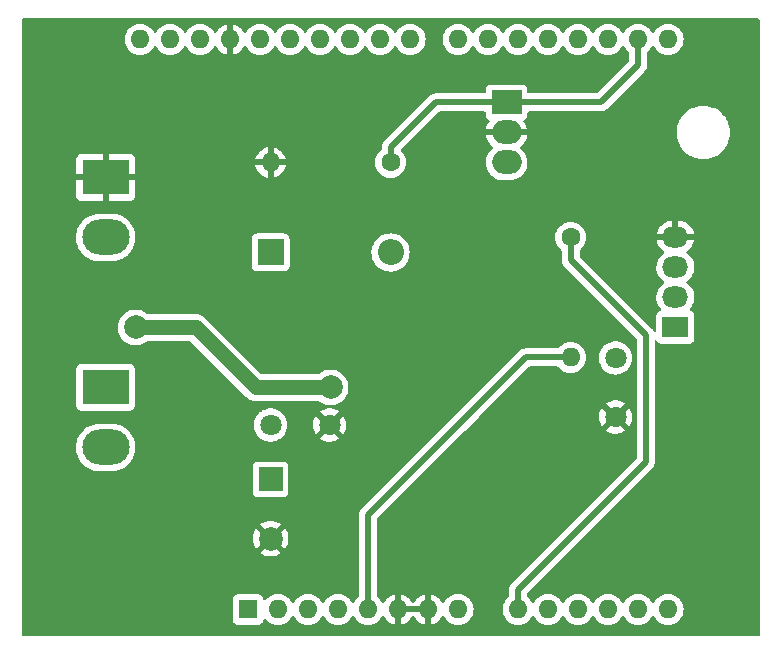
<source format=gtl>
%TF.GenerationSoftware,KiCad,Pcbnew,(6.0.4)*%
%TF.CreationDate,2023-05-26T11:35:19+02:00*%
%TF.ProjectId,Syst_me_PCB,53797374-e86d-4655-9f50-43422e6b6963,rev?*%
%TF.SameCoordinates,Original*%
%TF.FileFunction,Copper,L1,Top*%
%TF.FilePolarity,Positive*%
%FSLAX46Y46*%
G04 Gerber Fmt 4.6, Leading zero omitted, Abs format (unit mm)*
G04 Created by KiCad (PCBNEW (6.0.4)) date 2023-05-26 11:35:19*
%MOMM*%
%LPD*%
G01*
G04 APERTURE LIST*
%TA.AperFunction,ComponentPad*%
%ADD10R,2.200000X1.800000*%
%TD*%
%TA.AperFunction,ComponentPad*%
%ADD11O,2.200000X1.800000*%
%TD*%
%TA.AperFunction,ComponentPad*%
%ADD12C,1.800000*%
%TD*%
%TA.AperFunction,ComponentPad*%
%ADD13R,2.000000X2.000000*%
%TD*%
%TA.AperFunction,ComponentPad*%
%ADD14C,2.000000*%
%TD*%
%TA.AperFunction,ComponentPad*%
%ADD15R,2.500000X2.000000*%
%TD*%
%TA.AperFunction,ComponentPad*%
%ADD16O,2.500000X2.000000*%
%TD*%
%TA.AperFunction,ComponentPad*%
%ADD17C,1.600000*%
%TD*%
%TA.AperFunction,ComponentPad*%
%ADD18O,1.600000X1.600000*%
%TD*%
%TA.AperFunction,ComponentPad*%
%ADD19R,2.200000X2.200000*%
%TD*%
%TA.AperFunction,ComponentPad*%
%ADD20O,2.200000X2.200000*%
%TD*%
%TA.AperFunction,ComponentPad*%
%ADD21R,4.000000X3.000000*%
%TD*%
%TA.AperFunction,ComponentPad*%
%ADD22O,4.000000X3.000000*%
%TD*%
%TA.AperFunction,ComponentPad*%
%ADD23R,1.600000X1.600000*%
%TD*%
%TA.AperFunction,ViaPad*%
%ADD24C,2.000000*%
%TD*%
%TA.AperFunction,Conductor*%
%ADD25C,0.500000*%
%TD*%
%TA.AperFunction,Conductor*%
%ADD26C,1.250000*%
%TD*%
G04 APERTURE END LIST*
D10*
%TO.P,J1,1,Pin_1*%
%TO.N,/5V*%
X251445000Y-78715000D03*
D11*
%TO.P,J1,2,Pin_2*%
%TO.N,/A0*%
X251445000Y-76175000D03*
%TO.P,J1,3,Pin_3*%
%TO.N,unconnected-(J1-Pad3)*%
X251445000Y-73635000D03*
%TO.P,J1,4,Pin_4*%
%TO.N,GND*%
X251445000Y-71095000D03*
%TD*%
D12*
%TO.P,C3,1*%
%TO.N,+12V*%
X217170000Y-86995000D03*
%TO.P,C3,2*%
%TO.N,GND*%
X222170000Y-86995000D03*
%TD*%
D13*
%TO.P,C2,1*%
%TO.N,+12V*%
X217170000Y-91612323D03*
D14*
%TO.P,C2,2*%
%TO.N,GND*%
X217170000Y-96612323D03*
%TD*%
D12*
%TO.P,C1,1*%
%TO.N,/5V*%
X246380000Y-81320000D03*
%TO.P,C1,2*%
%TO.N,GND*%
X246380000Y-86320000D03*
%TD*%
D15*
%TO.P,Q1,1,G*%
%TO.N,/D1*%
X237150000Y-59690000D03*
D16*
%TO.P,Q1,2,D*%
%TO.N,GND*%
X237150000Y-62230000D03*
%TO.P,Q1,3,S*%
%TO.N,Net-(D1-Pad2)*%
X237150000Y-64770000D03*
%TD*%
D17*
%TO.P,R2,1*%
%TO.N,/D1*%
X227330000Y-64770000D03*
D18*
%TO.P,R2,2*%
%TO.N,GND*%
X217170000Y-64770000D03*
%TD*%
D19*
%TO.P,D1,1,K*%
%TO.N,+12V*%
X217170000Y-72390000D03*
D20*
%TO.P,D1,2,A*%
%TO.N,Net-(D1-Pad2)*%
X227330000Y-72390000D03*
%TD*%
D17*
%TO.P,R1,1*%
%TO.N,/A0*%
X242570000Y-71120000D03*
D18*
%TO.P,R1,2*%
%TO.N,/5V*%
X242570000Y-81280000D03*
%TD*%
D21*
%TO.P,J3,1,Pin_1*%
%TO.N,GND*%
X203200000Y-66040000D03*
D22*
%TO.P,J3,2,Pin_2*%
%TO.N,+12V*%
X203200000Y-71120000D03*
%TD*%
D21*
%TO.P,J2,1,Pin_1*%
%TO.N,Net-(D1-Pad2)*%
X203200000Y-83820000D03*
D22*
%TO.P,J2,2,Pin_2*%
%TO.N,+12V*%
X203200000Y-88900000D03*
%TD*%
D23*
%TO.P,A1,1,NC*%
%TO.N,unconnected-(A1-Pad1)*%
X215265000Y-102616000D03*
D18*
%TO.P,A1,2,IOREF*%
%TO.N,unconnected-(A1-Pad2)*%
X217805000Y-102616000D03*
%TO.P,A1,3,~{RESET}*%
%TO.N,unconnected-(A1-Pad3)*%
X220345000Y-102616000D03*
%TO.P,A1,4,3V3*%
%TO.N,unconnected-(A1-Pad4)*%
X222885000Y-102616000D03*
%TO.P,A1,5,+5V*%
%TO.N,/5V*%
X225425000Y-102616000D03*
%TO.P,A1,6,GND*%
%TO.N,GND*%
X227965000Y-102616000D03*
%TO.P,A1,7,GND*%
X230505000Y-102616000D03*
%TO.P,A1,8,VIN*%
%TO.N,unconnected-(A1-Pad8)*%
X233045000Y-102616000D03*
%TO.P,A1,9,A0*%
%TO.N,/A0*%
X238125000Y-102616000D03*
%TO.P,A1,10,A1*%
%TO.N,unconnected-(A1-Pad10)*%
X240665000Y-102616000D03*
%TO.P,A1,11,A2*%
%TO.N,unconnected-(A1-Pad11)*%
X243205000Y-102616000D03*
%TO.P,A1,12,A3*%
%TO.N,unconnected-(A1-Pad12)*%
X245745000Y-102616000D03*
%TO.P,A1,13,SDA/A4*%
%TO.N,unconnected-(A1-Pad13)*%
X248285000Y-102616000D03*
%TO.P,A1,14,SCL/A5*%
%TO.N,unconnected-(A1-Pad14)*%
X250825000Y-102616000D03*
%TO.P,A1,15,D0/RX*%
%TO.N,unconnected-(A1-Pad15)*%
X250825000Y-54356000D03*
%TO.P,A1,16,D1/TX*%
%TO.N,/D1*%
X248285000Y-54356000D03*
%TO.P,A1,17,D2*%
%TO.N,unconnected-(A1-Pad17)*%
X245745000Y-54356000D03*
%TO.P,A1,18,D3*%
%TO.N,unconnected-(A1-Pad18)*%
X243205000Y-54356000D03*
%TO.P,A1,19,D4*%
%TO.N,unconnected-(A1-Pad19)*%
X240665000Y-54356000D03*
%TO.P,A1,20,D5*%
%TO.N,unconnected-(A1-Pad20)*%
X238125000Y-54356000D03*
%TO.P,A1,21,D6*%
%TO.N,unconnected-(A1-Pad21)*%
X235585000Y-54356000D03*
%TO.P,A1,22,D7*%
%TO.N,unconnected-(A1-Pad22)*%
X233045000Y-54356000D03*
%TO.P,A1,23,D8*%
%TO.N,unconnected-(A1-Pad23)*%
X228985000Y-54356000D03*
%TO.P,A1,24,D9*%
%TO.N,unconnected-(A1-Pad24)*%
X226445000Y-54356000D03*
%TO.P,A1,25,D10*%
%TO.N,unconnected-(A1-Pad25)*%
X223905000Y-54356000D03*
%TO.P,A1,26,D11*%
%TO.N,unconnected-(A1-Pad26)*%
X221365000Y-54356000D03*
%TO.P,A1,27,D12*%
%TO.N,unconnected-(A1-Pad27)*%
X218825000Y-54356000D03*
%TO.P,A1,28,D13*%
%TO.N,unconnected-(A1-Pad28)*%
X216285000Y-54356000D03*
%TO.P,A1,29,GND*%
%TO.N,GND*%
X213745000Y-54356000D03*
%TO.P,A1,30,AREF*%
%TO.N,unconnected-(A1-Pad30)*%
X211205000Y-54356000D03*
%TO.P,A1,31,SDA/A4*%
%TO.N,unconnected-(A1-Pad31)*%
X208665000Y-54356000D03*
%TO.P,A1,32,SCL/A5*%
%TO.N,unconnected-(A1-Pad32)*%
X206125000Y-54356000D03*
%TD*%
D24*
%TO.N,Net-(D1-Pad2)*%
X222250000Y-83820000D03*
X205740000Y-78740000D03*
%TO.N,GND*%
X240665000Y-88900000D03*
X215900000Y-60325000D03*
%TD*%
D25*
%TO.N,/A0*%
X248920000Y-90170000D02*
X238125000Y-100965000D01*
X242570000Y-73025000D02*
X248920000Y-79375000D01*
X242570000Y-71120000D02*
X242570000Y-73025000D01*
X248920000Y-79375000D02*
X248920000Y-90170000D01*
X238125000Y-100965000D02*
X238125000Y-102616000D01*
D26*
%TO.N,Net-(D1-Pad2)*%
X222250000Y-83820000D02*
X215900000Y-83820000D01*
X215900000Y-83820000D02*
X210820000Y-78740000D01*
X210820000Y-78740000D02*
X205740000Y-78740000D01*
D25*
%TO.N,GND*%
X238125000Y-88900000D02*
X230505000Y-96520000D01*
X240665000Y-88900000D02*
X238125000Y-88900000D01*
X230505000Y-102616000D02*
X227965000Y-102616000D01*
X213745000Y-58170000D02*
X213745000Y-54356000D01*
X230505000Y-96520000D02*
X230505000Y-102616000D01*
X215900000Y-60325000D02*
X213745000Y-58170000D01*
%TO.N,/5V*%
X238760000Y-81280000D02*
X225425000Y-94615000D01*
X242570000Y-81280000D02*
X238760000Y-81280000D01*
X225425000Y-94615000D02*
X225425000Y-102616000D01*
%TO.N,/D1*%
X237150000Y-59690000D02*
X245110000Y-59690000D01*
X245110000Y-59690000D02*
X248285000Y-56515000D01*
X227330000Y-63500000D02*
X227330000Y-64770000D01*
X231140000Y-59690000D02*
X227330000Y-63500000D01*
X248285000Y-56515000D02*
X248285000Y-54610000D01*
X237150000Y-59690000D02*
X231140000Y-59690000D01*
%TD*%
%TA.AperFunction,Conductor*%
%TO.N,GND*%
G36*
X258513621Y-52598502D02*
G01*
X258560114Y-52652158D01*
X258571500Y-52704500D01*
X258571500Y-104775500D01*
X258551498Y-104843621D01*
X258497842Y-104890114D01*
X258445500Y-104901500D01*
X196214500Y-104901500D01*
X196146379Y-104881498D01*
X196099886Y-104827842D01*
X196088500Y-104775500D01*
X196088500Y-103464134D01*
X213956500Y-103464134D01*
X213963255Y-103526316D01*
X214014385Y-103662705D01*
X214101739Y-103779261D01*
X214218295Y-103866615D01*
X214354684Y-103917745D01*
X214416866Y-103924500D01*
X216113134Y-103924500D01*
X216175316Y-103917745D01*
X216311705Y-103866615D01*
X216428261Y-103779261D01*
X216515615Y-103662705D01*
X216566745Y-103526316D01*
X216567917Y-103515526D01*
X216568803Y-103513394D01*
X216569425Y-103510778D01*
X216569848Y-103510879D01*
X216595155Y-103449965D01*
X216653517Y-103409537D01*
X216724471Y-103407078D01*
X216785490Y-103443371D01*
X216792489Y-103452031D01*
X216795643Y-103455789D01*
X216798802Y-103460300D01*
X216960700Y-103622198D01*
X216965208Y-103625355D01*
X216965211Y-103625357D01*
X217006542Y-103654297D01*
X217148251Y-103753523D01*
X217153233Y-103755846D01*
X217153238Y-103755849D01*
X217349765Y-103847490D01*
X217355757Y-103850284D01*
X217361065Y-103851706D01*
X217361067Y-103851707D01*
X217571598Y-103908119D01*
X217571600Y-103908119D01*
X217576913Y-103909543D01*
X217805000Y-103929498D01*
X218033087Y-103909543D01*
X218038400Y-103908119D01*
X218038402Y-103908119D01*
X218248933Y-103851707D01*
X218248935Y-103851706D01*
X218254243Y-103850284D01*
X218260235Y-103847490D01*
X218456762Y-103755849D01*
X218456767Y-103755846D01*
X218461749Y-103753523D01*
X218603458Y-103654297D01*
X218644789Y-103625357D01*
X218644792Y-103625355D01*
X218649300Y-103622198D01*
X218811198Y-103460300D01*
X218942523Y-103272749D01*
X218944846Y-103267767D01*
X218944849Y-103267762D01*
X218960805Y-103233543D01*
X219007722Y-103180258D01*
X219075999Y-103160797D01*
X219143959Y-103181339D01*
X219189195Y-103233543D01*
X219205151Y-103267762D01*
X219205154Y-103267767D01*
X219207477Y-103272749D01*
X219338802Y-103460300D01*
X219500700Y-103622198D01*
X219505208Y-103625355D01*
X219505211Y-103625357D01*
X219546542Y-103654297D01*
X219688251Y-103753523D01*
X219693233Y-103755846D01*
X219693238Y-103755849D01*
X219889765Y-103847490D01*
X219895757Y-103850284D01*
X219901065Y-103851706D01*
X219901067Y-103851707D01*
X220111598Y-103908119D01*
X220111600Y-103908119D01*
X220116913Y-103909543D01*
X220345000Y-103929498D01*
X220573087Y-103909543D01*
X220578400Y-103908119D01*
X220578402Y-103908119D01*
X220788933Y-103851707D01*
X220788935Y-103851706D01*
X220794243Y-103850284D01*
X220800235Y-103847490D01*
X220996762Y-103755849D01*
X220996767Y-103755846D01*
X221001749Y-103753523D01*
X221143458Y-103654297D01*
X221184789Y-103625357D01*
X221184792Y-103625355D01*
X221189300Y-103622198D01*
X221351198Y-103460300D01*
X221482523Y-103272749D01*
X221484846Y-103267767D01*
X221484849Y-103267762D01*
X221500805Y-103233543D01*
X221547722Y-103180258D01*
X221615999Y-103160797D01*
X221683959Y-103181339D01*
X221729195Y-103233543D01*
X221745151Y-103267762D01*
X221745154Y-103267767D01*
X221747477Y-103272749D01*
X221878802Y-103460300D01*
X222040700Y-103622198D01*
X222045208Y-103625355D01*
X222045211Y-103625357D01*
X222086542Y-103654297D01*
X222228251Y-103753523D01*
X222233233Y-103755846D01*
X222233238Y-103755849D01*
X222429765Y-103847490D01*
X222435757Y-103850284D01*
X222441065Y-103851706D01*
X222441067Y-103851707D01*
X222651598Y-103908119D01*
X222651600Y-103908119D01*
X222656913Y-103909543D01*
X222885000Y-103929498D01*
X223113087Y-103909543D01*
X223118400Y-103908119D01*
X223118402Y-103908119D01*
X223328933Y-103851707D01*
X223328935Y-103851706D01*
X223334243Y-103850284D01*
X223340235Y-103847490D01*
X223536762Y-103755849D01*
X223536767Y-103755846D01*
X223541749Y-103753523D01*
X223683458Y-103654297D01*
X223724789Y-103625357D01*
X223724792Y-103625355D01*
X223729300Y-103622198D01*
X223891198Y-103460300D01*
X224022523Y-103272749D01*
X224024846Y-103267767D01*
X224024849Y-103267762D01*
X224040805Y-103233543D01*
X224087722Y-103180258D01*
X224155999Y-103160797D01*
X224223959Y-103181339D01*
X224269195Y-103233543D01*
X224285151Y-103267762D01*
X224285154Y-103267767D01*
X224287477Y-103272749D01*
X224418802Y-103460300D01*
X224580700Y-103622198D01*
X224585208Y-103625355D01*
X224585211Y-103625357D01*
X224626542Y-103654297D01*
X224768251Y-103753523D01*
X224773233Y-103755846D01*
X224773238Y-103755849D01*
X224969765Y-103847490D01*
X224975757Y-103850284D01*
X224981065Y-103851706D01*
X224981067Y-103851707D01*
X225191598Y-103908119D01*
X225191600Y-103908119D01*
X225196913Y-103909543D01*
X225425000Y-103929498D01*
X225653087Y-103909543D01*
X225658400Y-103908119D01*
X225658402Y-103908119D01*
X225868933Y-103851707D01*
X225868935Y-103851706D01*
X225874243Y-103850284D01*
X225880235Y-103847490D01*
X226076762Y-103755849D01*
X226076767Y-103755846D01*
X226081749Y-103753523D01*
X226223458Y-103654297D01*
X226264789Y-103625357D01*
X226264792Y-103625355D01*
X226269300Y-103622198D01*
X226431198Y-103460300D01*
X226562523Y-103272749D01*
X226564846Y-103267767D01*
X226564849Y-103267762D01*
X226581081Y-103232951D01*
X226627998Y-103179666D01*
X226696275Y-103160205D01*
X226764235Y-103180747D01*
X226809471Y-103232951D01*
X226825586Y-103267511D01*
X226831069Y-103277007D01*
X226956028Y-103455467D01*
X226963084Y-103463875D01*
X227117125Y-103617916D01*
X227125533Y-103624972D01*
X227303993Y-103749931D01*
X227313489Y-103755414D01*
X227510947Y-103847490D01*
X227521239Y-103851236D01*
X227693503Y-103897394D01*
X227707599Y-103897058D01*
X227711000Y-103889116D01*
X227711000Y-103883967D01*
X228219000Y-103883967D01*
X228222973Y-103897498D01*
X228231522Y-103898727D01*
X228408761Y-103851236D01*
X228419053Y-103847490D01*
X228616511Y-103755414D01*
X228626007Y-103749931D01*
X228804467Y-103624972D01*
X228812875Y-103617916D01*
X228966916Y-103463875D01*
X228973972Y-103455467D01*
X229098931Y-103277007D01*
X229104414Y-103267511D01*
X229120805Y-103232359D01*
X229167722Y-103179074D01*
X229235999Y-103159613D01*
X229303959Y-103180155D01*
X229349195Y-103232359D01*
X229365586Y-103267511D01*
X229371069Y-103277007D01*
X229496028Y-103455467D01*
X229503084Y-103463875D01*
X229657125Y-103617916D01*
X229665533Y-103624972D01*
X229843993Y-103749931D01*
X229853489Y-103755414D01*
X230050947Y-103847490D01*
X230061239Y-103851236D01*
X230233503Y-103897394D01*
X230247599Y-103897058D01*
X230251000Y-103889116D01*
X230251000Y-103883967D01*
X230759000Y-103883967D01*
X230762973Y-103897498D01*
X230771522Y-103898727D01*
X230948761Y-103851236D01*
X230959053Y-103847490D01*
X231156511Y-103755414D01*
X231166007Y-103749931D01*
X231344467Y-103624972D01*
X231352875Y-103617916D01*
X231506916Y-103463875D01*
X231513972Y-103455467D01*
X231638931Y-103277007D01*
X231644414Y-103267511D01*
X231660529Y-103232951D01*
X231707446Y-103179666D01*
X231775723Y-103160205D01*
X231843683Y-103180747D01*
X231888919Y-103232951D01*
X231905151Y-103267762D01*
X231905154Y-103267767D01*
X231907477Y-103272749D01*
X232038802Y-103460300D01*
X232200700Y-103622198D01*
X232205208Y-103625355D01*
X232205211Y-103625357D01*
X232246542Y-103654297D01*
X232388251Y-103753523D01*
X232393233Y-103755846D01*
X232393238Y-103755849D01*
X232589765Y-103847490D01*
X232595757Y-103850284D01*
X232601065Y-103851706D01*
X232601067Y-103851707D01*
X232811598Y-103908119D01*
X232811600Y-103908119D01*
X232816913Y-103909543D01*
X233045000Y-103929498D01*
X233273087Y-103909543D01*
X233278400Y-103908119D01*
X233278402Y-103908119D01*
X233488933Y-103851707D01*
X233488935Y-103851706D01*
X233494243Y-103850284D01*
X233500235Y-103847490D01*
X233696762Y-103755849D01*
X233696767Y-103755846D01*
X233701749Y-103753523D01*
X233843458Y-103654297D01*
X233884789Y-103625357D01*
X233884792Y-103625355D01*
X233889300Y-103622198D01*
X234051198Y-103460300D01*
X234182523Y-103272749D01*
X234184846Y-103267767D01*
X234184849Y-103267762D01*
X234276961Y-103070225D01*
X234276961Y-103070224D01*
X234279284Y-103065243D01*
X234327970Y-102883548D01*
X234337119Y-102849402D01*
X234337119Y-102849400D01*
X234338543Y-102844087D01*
X234358498Y-102616000D01*
X236811502Y-102616000D01*
X236831457Y-102844087D01*
X236832881Y-102849400D01*
X236832881Y-102849402D01*
X236842031Y-102883548D01*
X236890716Y-103065243D01*
X236893039Y-103070224D01*
X236893039Y-103070225D01*
X236985151Y-103267762D01*
X236985154Y-103267767D01*
X236987477Y-103272749D01*
X237118802Y-103460300D01*
X237280700Y-103622198D01*
X237285208Y-103625355D01*
X237285211Y-103625357D01*
X237326542Y-103654297D01*
X237468251Y-103753523D01*
X237473233Y-103755846D01*
X237473238Y-103755849D01*
X237669765Y-103847490D01*
X237675757Y-103850284D01*
X237681065Y-103851706D01*
X237681067Y-103851707D01*
X237891598Y-103908119D01*
X237891600Y-103908119D01*
X237896913Y-103909543D01*
X238125000Y-103929498D01*
X238353087Y-103909543D01*
X238358400Y-103908119D01*
X238358402Y-103908119D01*
X238568933Y-103851707D01*
X238568935Y-103851706D01*
X238574243Y-103850284D01*
X238580235Y-103847490D01*
X238776762Y-103755849D01*
X238776767Y-103755846D01*
X238781749Y-103753523D01*
X238923458Y-103654297D01*
X238964789Y-103625357D01*
X238964792Y-103625355D01*
X238969300Y-103622198D01*
X239131198Y-103460300D01*
X239262523Y-103272749D01*
X239264846Y-103267767D01*
X239264849Y-103267762D01*
X239280805Y-103233543D01*
X239327722Y-103180258D01*
X239395999Y-103160797D01*
X239463959Y-103181339D01*
X239509195Y-103233543D01*
X239525151Y-103267762D01*
X239525154Y-103267767D01*
X239527477Y-103272749D01*
X239658802Y-103460300D01*
X239820700Y-103622198D01*
X239825208Y-103625355D01*
X239825211Y-103625357D01*
X239866542Y-103654297D01*
X240008251Y-103753523D01*
X240013233Y-103755846D01*
X240013238Y-103755849D01*
X240209765Y-103847490D01*
X240215757Y-103850284D01*
X240221065Y-103851706D01*
X240221067Y-103851707D01*
X240431598Y-103908119D01*
X240431600Y-103908119D01*
X240436913Y-103909543D01*
X240665000Y-103929498D01*
X240893087Y-103909543D01*
X240898400Y-103908119D01*
X240898402Y-103908119D01*
X241108933Y-103851707D01*
X241108935Y-103851706D01*
X241114243Y-103850284D01*
X241120235Y-103847490D01*
X241316762Y-103755849D01*
X241316767Y-103755846D01*
X241321749Y-103753523D01*
X241463458Y-103654297D01*
X241504789Y-103625357D01*
X241504792Y-103625355D01*
X241509300Y-103622198D01*
X241671198Y-103460300D01*
X241802523Y-103272749D01*
X241804846Y-103267767D01*
X241804849Y-103267762D01*
X241820805Y-103233543D01*
X241867722Y-103180258D01*
X241935999Y-103160797D01*
X242003959Y-103181339D01*
X242049195Y-103233543D01*
X242065151Y-103267762D01*
X242065154Y-103267767D01*
X242067477Y-103272749D01*
X242198802Y-103460300D01*
X242360700Y-103622198D01*
X242365208Y-103625355D01*
X242365211Y-103625357D01*
X242406542Y-103654297D01*
X242548251Y-103753523D01*
X242553233Y-103755846D01*
X242553238Y-103755849D01*
X242749765Y-103847490D01*
X242755757Y-103850284D01*
X242761065Y-103851706D01*
X242761067Y-103851707D01*
X242971598Y-103908119D01*
X242971600Y-103908119D01*
X242976913Y-103909543D01*
X243205000Y-103929498D01*
X243433087Y-103909543D01*
X243438400Y-103908119D01*
X243438402Y-103908119D01*
X243648933Y-103851707D01*
X243648935Y-103851706D01*
X243654243Y-103850284D01*
X243660235Y-103847490D01*
X243856762Y-103755849D01*
X243856767Y-103755846D01*
X243861749Y-103753523D01*
X244003458Y-103654297D01*
X244044789Y-103625357D01*
X244044792Y-103625355D01*
X244049300Y-103622198D01*
X244211198Y-103460300D01*
X244342523Y-103272749D01*
X244344846Y-103267767D01*
X244344849Y-103267762D01*
X244360805Y-103233543D01*
X244407722Y-103180258D01*
X244475999Y-103160797D01*
X244543959Y-103181339D01*
X244589195Y-103233543D01*
X244605151Y-103267762D01*
X244605154Y-103267767D01*
X244607477Y-103272749D01*
X244738802Y-103460300D01*
X244900700Y-103622198D01*
X244905208Y-103625355D01*
X244905211Y-103625357D01*
X244946542Y-103654297D01*
X245088251Y-103753523D01*
X245093233Y-103755846D01*
X245093238Y-103755849D01*
X245289765Y-103847490D01*
X245295757Y-103850284D01*
X245301065Y-103851706D01*
X245301067Y-103851707D01*
X245511598Y-103908119D01*
X245511600Y-103908119D01*
X245516913Y-103909543D01*
X245745000Y-103929498D01*
X245973087Y-103909543D01*
X245978400Y-103908119D01*
X245978402Y-103908119D01*
X246188933Y-103851707D01*
X246188935Y-103851706D01*
X246194243Y-103850284D01*
X246200235Y-103847490D01*
X246396762Y-103755849D01*
X246396767Y-103755846D01*
X246401749Y-103753523D01*
X246543458Y-103654297D01*
X246584789Y-103625357D01*
X246584792Y-103625355D01*
X246589300Y-103622198D01*
X246751198Y-103460300D01*
X246882523Y-103272749D01*
X246884846Y-103267767D01*
X246884849Y-103267762D01*
X246900805Y-103233543D01*
X246947722Y-103180258D01*
X247015999Y-103160797D01*
X247083959Y-103181339D01*
X247129195Y-103233543D01*
X247145151Y-103267762D01*
X247145154Y-103267767D01*
X247147477Y-103272749D01*
X247278802Y-103460300D01*
X247440700Y-103622198D01*
X247445208Y-103625355D01*
X247445211Y-103625357D01*
X247486542Y-103654297D01*
X247628251Y-103753523D01*
X247633233Y-103755846D01*
X247633238Y-103755849D01*
X247829765Y-103847490D01*
X247835757Y-103850284D01*
X247841065Y-103851706D01*
X247841067Y-103851707D01*
X248051598Y-103908119D01*
X248051600Y-103908119D01*
X248056913Y-103909543D01*
X248285000Y-103929498D01*
X248513087Y-103909543D01*
X248518400Y-103908119D01*
X248518402Y-103908119D01*
X248728933Y-103851707D01*
X248728935Y-103851706D01*
X248734243Y-103850284D01*
X248740235Y-103847490D01*
X248936762Y-103755849D01*
X248936767Y-103755846D01*
X248941749Y-103753523D01*
X249083458Y-103654297D01*
X249124789Y-103625357D01*
X249124792Y-103625355D01*
X249129300Y-103622198D01*
X249291198Y-103460300D01*
X249422523Y-103272749D01*
X249424846Y-103267767D01*
X249424849Y-103267762D01*
X249440805Y-103233543D01*
X249487722Y-103180258D01*
X249555999Y-103160797D01*
X249623959Y-103181339D01*
X249669195Y-103233543D01*
X249685151Y-103267762D01*
X249685154Y-103267767D01*
X249687477Y-103272749D01*
X249818802Y-103460300D01*
X249980700Y-103622198D01*
X249985208Y-103625355D01*
X249985211Y-103625357D01*
X250026542Y-103654297D01*
X250168251Y-103753523D01*
X250173233Y-103755846D01*
X250173238Y-103755849D01*
X250369765Y-103847490D01*
X250375757Y-103850284D01*
X250381065Y-103851706D01*
X250381067Y-103851707D01*
X250591598Y-103908119D01*
X250591600Y-103908119D01*
X250596913Y-103909543D01*
X250825000Y-103929498D01*
X251053087Y-103909543D01*
X251058400Y-103908119D01*
X251058402Y-103908119D01*
X251268933Y-103851707D01*
X251268935Y-103851706D01*
X251274243Y-103850284D01*
X251280235Y-103847490D01*
X251476762Y-103755849D01*
X251476767Y-103755846D01*
X251481749Y-103753523D01*
X251623458Y-103654297D01*
X251664789Y-103625357D01*
X251664792Y-103625355D01*
X251669300Y-103622198D01*
X251831198Y-103460300D01*
X251962523Y-103272749D01*
X251964846Y-103267767D01*
X251964849Y-103267762D01*
X252056961Y-103070225D01*
X252056961Y-103070224D01*
X252059284Y-103065243D01*
X252107970Y-102883548D01*
X252117119Y-102849402D01*
X252117119Y-102849400D01*
X252118543Y-102844087D01*
X252138498Y-102616000D01*
X252118543Y-102387913D01*
X252110028Y-102356135D01*
X252060707Y-102172067D01*
X252060706Y-102172065D01*
X252059284Y-102166757D01*
X252005148Y-102050661D01*
X251964849Y-101964238D01*
X251964846Y-101964233D01*
X251962523Y-101959251D01*
X251831198Y-101771700D01*
X251669300Y-101609802D01*
X251664792Y-101606645D01*
X251664789Y-101606643D01*
X251558030Y-101531890D01*
X251481749Y-101478477D01*
X251476767Y-101476154D01*
X251476762Y-101476151D01*
X251279225Y-101384039D01*
X251279224Y-101384039D01*
X251274243Y-101381716D01*
X251268935Y-101380294D01*
X251268933Y-101380293D01*
X251058402Y-101323881D01*
X251058400Y-101323881D01*
X251053087Y-101322457D01*
X250825000Y-101302502D01*
X250596913Y-101322457D01*
X250591600Y-101323881D01*
X250591598Y-101323881D01*
X250381067Y-101380293D01*
X250381065Y-101380294D01*
X250375757Y-101381716D01*
X250370776Y-101384039D01*
X250370775Y-101384039D01*
X250173238Y-101476151D01*
X250173233Y-101476154D01*
X250168251Y-101478477D01*
X250091970Y-101531890D01*
X249985211Y-101606643D01*
X249985208Y-101606645D01*
X249980700Y-101609802D01*
X249818802Y-101771700D01*
X249687477Y-101959251D01*
X249685154Y-101964233D01*
X249685151Y-101964238D01*
X249669195Y-101998457D01*
X249622278Y-102051742D01*
X249554001Y-102071203D01*
X249486041Y-102050661D01*
X249440805Y-101998457D01*
X249424849Y-101964238D01*
X249424846Y-101964233D01*
X249422523Y-101959251D01*
X249291198Y-101771700D01*
X249129300Y-101609802D01*
X249124792Y-101606645D01*
X249124789Y-101606643D01*
X249018030Y-101531890D01*
X248941749Y-101478477D01*
X248936767Y-101476154D01*
X248936762Y-101476151D01*
X248739225Y-101384039D01*
X248739224Y-101384039D01*
X248734243Y-101381716D01*
X248728935Y-101380294D01*
X248728933Y-101380293D01*
X248518402Y-101323881D01*
X248518400Y-101323881D01*
X248513087Y-101322457D01*
X248285000Y-101302502D01*
X248056913Y-101322457D01*
X248051600Y-101323881D01*
X248051598Y-101323881D01*
X247841067Y-101380293D01*
X247841065Y-101380294D01*
X247835757Y-101381716D01*
X247830776Y-101384039D01*
X247830775Y-101384039D01*
X247633238Y-101476151D01*
X247633233Y-101476154D01*
X247628251Y-101478477D01*
X247551970Y-101531890D01*
X247445211Y-101606643D01*
X247445208Y-101606645D01*
X247440700Y-101609802D01*
X247278802Y-101771700D01*
X247147477Y-101959251D01*
X247145154Y-101964233D01*
X247145151Y-101964238D01*
X247129195Y-101998457D01*
X247082278Y-102051742D01*
X247014001Y-102071203D01*
X246946041Y-102050661D01*
X246900805Y-101998457D01*
X246884849Y-101964238D01*
X246884846Y-101964233D01*
X246882523Y-101959251D01*
X246751198Y-101771700D01*
X246589300Y-101609802D01*
X246584792Y-101606645D01*
X246584789Y-101606643D01*
X246478030Y-101531890D01*
X246401749Y-101478477D01*
X246396767Y-101476154D01*
X246396762Y-101476151D01*
X246199225Y-101384039D01*
X246199224Y-101384039D01*
X246194243Y-101381716D01*
X246188935Y-101380294D01*
X246188933Y-101380293D01*
X245978402Y-101323881D01*
X245978400Y-101323881D01*
X245973087Y-101322457D01*
X245745000Y-101302502D01*
X245516913Y-101322457D01*
X245511600Y-101323881D01*
X245511598Y-101323881D01*
X245301067Y-101380293D01*
X245301065Y-101380294D01*
X245295757Y-101381716D01*
X245290776Y-101384039D01*
X245290775Y-101384039D01*
X245093238Y-101476151D01*
X245093233Y-101476154D01*
X245088251Y-101478477D01*
X245011970Y-101531890D01*
X244905211Y-101606643D01*
X244905208Y-101606645D01*
X244900700Y-101609802D01*
X244738802Y-101771700D01*
X244607477Y-101959251D01*
X244605154Y-101964233D01*
X244605151Y-101964238D01*
X244589195Y-101998457D01*
X244542278Y-102051742D01*
X244474001Y-102071203D01*
X244406041Y-102050661D01*
X244360805Y-101998457D01*
X244344849Y-101964238D01*
X244344846Y-101964233D01*
X244342523Y-101959251D01*
X244211198Y-101771700D01*
X244049300Y-101609802D01*
X244044792Y-101606645D01*
X244044789Y-101606643D01*
X243938030Y-101531890D01*
X243861749Y-101478477D01*
X243856767Y-101476154D01*
X243856762Y-101476151D01*
X243659225Y-101384039D01*
X243659224Y-101384039D01*
X243654243Y-101381716D01*
X243648935Y-101380294D01*
X243648933Y-101380293D01*
X243438402Y-101323881D01*
X243438400Y-101323881D01*
X243433087Y-101322457D01*
X243205000Y-101302502D01*
X242976913Y-101322457D01*
X242971600Y-101323881D01*
X242971598Y-101323881D01*
X242761067Y-101380293D01*
X242761065Y-101380294D01*
X242755757Y-101381716D01*
X242750776Y-101384039D01*
X242750775Y-101384039D01*
X242553238Y-101476151D01*
X242553233Y-101476154D01*
X242548251Y-101478477D01*
X242471970Y-101531890D01*
X242365211Y-101606643D01*
X242365208Y-101606645D01*
X242360700Y-101609802D01*
X242198802Y-101771700D01*
X242067477Y-101959251D01*
X242065154Y-101964233D01*
X242065151Y-101964238D01*
X242049195Y-101998457D01*
X242002278Y-102051742D01*
X241934001Y-102071203D01*
X241866041Y-102050661D01*
X241820805Y-101998457D01*
X241804849Y-101964238D01*
X241804846Y-101964233D01*
X241802523Y-101959251D01*
X241671198Y-101771700D01*
X241509300Y-101609802D01*
X241504792Y-101606645D01*
X241504789Y-101606643D01*
X241398030Y-101531890D01*
X241321749Y-101478477D01*
X241316767Y-101476154D01*
X241316762Y-101476151D01*
X241119225Y-101384039D01*
X241119224Y-101384039D01*
X241114243Y-101381716D01*
X241108935Y-101380294D01*
X241108933Y-101380293D01*
X240898402Y-101323881D01*
X240898400Y-101323881D01*
X240893087Y-101322457D01*
X240665000Y-101302502D01*
X240436913Y-101322457D01*
X240431600Y-101323881D01*
X240431598Y-101323881D01*
X240221067Y-101380293D01*
X240221065Y-101380294D01*
X240215757Y-101381716D01*
X240210776Y-101384039D01*
X240210775Y-101384039D01*
X240013238Y-101476151D01*
X240013233Y-101476154D01*
X240008251Y-101478477D01*
X239931970Y-101531890D01*
X239825211Y-101606643D01*
X239825208Y-101606645D01*
X239820700Y-101609802D01*
X239658802Y-101771700D01*
X239527477Y-101959251D01*
X239525154Y-101964233D01*
X239525151Y-101964238D01*
X239509195Y-101998457D01*
X239462278Y-102051742D01*
X239394001Y-102071203D01*
X239326041Y-102050661D01*
X239280805Y-101998457D01*
X239264849Y-101964238D01*
X239264846Y-101964233D01*
X239262523Y-101959251D01*
X239131198Y-101771700D01*
X238969300Y-101609802D01*
X238937229Y-101587345D01*
X238892901Y-101531890D01*
X238883500Y-101484133D01*
X238883500Y-101331371D01*
X238903502Y-101263250D01*
X238920405Y-101242276D01*
X249408911Y-90753770D01*
X249423323Y-90741384D01*
X249434918Y-90732851D01*
X249434923Y-90732846D01*
X249440818Y-90728508D01*
X249445557Y-90722930D01*
X249445560Y-90722927D01*
X249475035Y-90688232D01*
X249481965Y-90680716D01*
X249487660Y-90675021D01*
X249505281Y-90652749D01*
X249508072Y-90649345D01*
X249550591Y-90599297D01*
X249550592Y-90599295D01*
X249555333Y-90593715D01*
X249558661Y-90587199D01*
X249562028Y-90582150D01*
X249565195Y-90577021D01*
X249569734Y-90571284D01*
X249600655Y-90505125D01*
X249602561Y-90501225D01*
X249631298Y-90444947D01*
X249635769Y-90436192D01*
X249637508Y-90429084D01*
X249639607Y-90423441D01*
X249641524Y-90417678D01*
X249644622Y-90411050D01*
X249659487Y-90339583D01*
X249660457Y-90335299D01*
X249676473Y-90269845D01*
X249677808Y-90264390D01*
X249678500Y-90253236D01*
X249678536Y-90253238D01*
X249678775Y-90249245D01*
X249679149Y-90245053D01*
X249680640Y-90237885D01*
X249678546Y-90160479D01*
X249678500Y-90157072D01*
X249678500Y-79951869D01*
X249698502Y-79883748D01*
X249752158Y-79837255D01*
X249822432Y-79827151D01*
X249887012Y-79856645D01*
X249905326Y-79876304D01*
X249968776Y-79960965D01*
X249981739Y-79978261D01*
X250098295Y-80065615D01*
X250234684Y-80116745D01*
X250296866Y-80123500D01*
X252593134Y-80123500D01*
X252655316Y-80116745D01*
X252791705Y-80065615D01*
X252908261Y-79978261D01*
X252995615Y-79861705D01*
X253046745Y-79725316D01*
X253053500Y-79663134D01*
X253053500Y-77766866D01*
X253046745Y-77704684D01*
X252995615Y-77568295D01*
X252908261Y-77451739D01*
X252791705Y-77364385D01*
X252783296Y-77361233D01*
X252783295Y-77361232D01*
X252726445Y-77339920D01*
X252669680Y-77297279D01*
X252644980Y-77230717D01*
X252660187Y-77161369D01*
X252683703Y-77130767D01*
X252699862Y-77115352D01*
X252703718Y-77111674D01*
X252846402Y-76919900D01*
X252954733Y-76706828D01*
X252995361Y-76575984D01*
X253024032Y-76483651D01*
X253024033Y-76483645D01*
X253025616Y-76478548D01*
X253057023Y-76241589D01*
X253048055Y-76002726D01*
X252998970Y-75768789D01*
X252911171Y-75546467D01*
X252787168Y-75342117D01*
X252697103Y-75238326D01*
X252634007Y-75165614D01*
X252634005Y-75165612D01*
X252630507Y-75161581D01*
X252626381Y-75158198D01*
X252626377Y-75158194D01*
X252449798Y-75013409D01*
X252449796Y-75013408D01*
X252445667Y-75010022D01*
X252441031Y-75007383D01*
X252439099Y-75006055D01*
X252394292Y-74950984D01*
X252386371Y-74880430D01*
X252417852Y-74816795D01*
X252440106Y-74797699D01*
X252441752Y-74796591D01*
X252530762Y-74736666D01*
X252703718Y-74571674D01*
X252846402Y-74379900D01*
X252954733Y-74166828D01*
X253005456Y-74003474D01*
X253024032Y-73943651D01*
X253024033Y-73943645D01*
X253025616Y-73938548D01*
X253057023Y-73701589D01*
X253048055Y-73462726D01*
X252998970Y-73228789D01*
X252911171Y-73006467D01*
X252787168Y-72802117D01*
X252742994Y-72751211D01*
X252634007Y-72625614D01*
X252634005Y-72625612D01*
X252630507Y-72621581D01*
X252626381Y-72618198D01*
X252626377Y-72618194D01*
X252449795Y-72473407D01*
X252445667Y-72470022D01*
X252441027Y-72467381D01*
X252438663Y-72465756D01*
X252393852Y-72410688D01*
X252385927Y-72340135D01*
X252417403Y-72276498D01*
X252439662Y-72257396D01*
X252526029Y-72199249D01*
X252534307Y-72192594D01*
X252699478Y-72035029D01*
X252706530Y-72027058D01*
X252842790Y-71843918D01*
X252848394Y-71834881D01*
X252951851Y-71631394D01*
X252955852Y-71621541D01*
X253023544Y-71403539D01*
X253025828Y-71393152D01*
X253029300Y-71366957D01*
X253027104Y-71352793D01*
X253013919Y-71349000D01*
X249877718Y-71349000D01*
X249864187Y-71352973D01*
X249862662Y-71363580D01*
X249890413Y-71495840D01*
X249893473Y-71506037D01*
X249977315Y-71718340D01*
X249982049Y-71727876D01*
X250100468Y-71923025D01*
X250106734Y-71931618D01*
X250256342Y-72104027D01*
X250263972Y-72111447D01*
X250440489Y-72256181D01*
X250451344Y-72263642D01*
X250496153Y-72318712D01*
X250504076Y-72389265D01*
X250472598Y-72452901D01*
X250450341Y-72472000D01*
X250359238Y-72533334D01*
X250355381Y-72537013D01*
X250355379Y-72537015D01*
X250322561Y-72568322D01*
X250186282Y-72698326D01*
X250043598Y-72890100D01*
X250041182Y-72894851D01*
X250041180Y-72894855D01*
X249959551Y-73055409D01*
X249935267Y-73103172D01*
X249909121Y-73187376D01*
X249865968Y-73326349D01*
X249865967Y-73326355D01*
X249864384Y-73331452D01*
X249851591Y-73427976D01*
X249836540Y-73541531D01*
X249832977Y-73568411D01*
X249841945Y-73807274D01*
X249843040Y-73812492D01*
X249883031Y-74003086D01*
X249891030Y-74041211D01*
X249978829Y-74263533D01*
X250102832Y-74467883D01*
X250106329Y-74471913D01*
X250196090Y-74575353D01*
X250259493Y-74648419D01*
X250263619Y-74651802D01*
X250263623Y-74651806D01*
X250440202Y-74796591D01*
X250444333Y-74799978D01*
X250448969Y-74802617D01*
X250450901Y-74803945D01*
X250495708Y-74859016D01*
X250503629Y-74929570D01*
X250472148Y-74993205D01*
X250449894Y-75012301D01*
X250359238Y-75073334D01*
X250186282Y-75238326D01*
X250043598Y-75430100D01*
X249935267Y-75643172D01*
X249899825Y-75757312D01*
X249865968Y-75866349D01*
X249865967Y-75866355D01*
X249864384Y-75871452D01*
X249832977Y-76108411D01*
X249841945Y-76347274D01*
X249891030Y-76581211D01*
X249978829Y-76803533D01*
X250102832Y-77007883D01*
X250106329Y-77011913D01*
X250216324Y-77138671D01*
X250245863Y-77203230D01*
X250235809Y-77273511D01*
X250189354Y-77327200D01*
X250165387Y-77339233D01*
X250106705Y-77361232D01*
X250106704Y-77361233D01*
X250098295Y-77364385D01*
X249981739Y-77451739D01*
X249894385Y-77568295D01*
X249843255Y-77704684D01*
X249836500Y-77766866D01*
X249836500Y-78968561D01*
X249816498Y-79036682D01*
X249762842Y-79083175D01*
X249692568Y-79093279D01*
X249627988Y-79063785D01*
X249603684Y-79032505D01*
X249602833Y-79033063D01*
X249562814Y-78972024D01*
X249560467Y-78968305D01*
X249522595Y-78905893D01*
X249515197Y-78897516D01*
X249515224Y-78897492D01*
X249512571Y-78894500D01*
X249509868Y-78891267D01*
X249505856Y-78885148D01*
X249449617Y-78831872D01*
X249447175Y-78829494D01*
X243365405Y-72747724D01*
X243331379Y-72685412D01*
X243328500Y-72658629D01*
X243328500Y-72251867D01*
X243348502Y-72183746D01*
X243382228Y-72148655D01*
X243414300Y-72126198D01*
X243576198Y-71964300D01*
X243707523Y-71776749D01*
X243709846Y-71771767D01*
X243709849Y-71771762D01*
X243801961Y-71574225D01*
X243801961Y-71574224D01*
X243804284Y-71569243D01*
X243823953Y-71495840D01*
X243862119Y-71353402D01*
X243862119Y-71353400D01*
X243863543Y-71348087D01*
X243883498Y-71120000D01*
X243863543Y-70891913D01*
X243849130Y-70838124D01*
X243845089Y-70823043D01*
X249860700Y-70823043D01*
X249862896Y-70837207D01*
X249876081Y-70841000D01*
X251172885Y-70841000D01*
X251188124Y-70836525D01*
X251189329Y-70835135D01*
X251191000Y-70827452D01*
X251191000Y-70822885D01*
X251699000Y-70822885D01*
X251703475Y-70838124D01*
X251704865Y-70839329D01*
X251712548Y-70841000D01*
X253012282Y-70841000D01*
X253025813Y-70837027D01*
X253027338Y-70826420D01*
X252999587Y-70694160D01*
X252996527Y-70683963D01*
X252912685Y-70471660D01*
X252907951Y-70462124D01*
X252789532Y-70266975D01*
X252783266Y-70258382D01*
X252633658Y-70085973D01*
X252626028Y-70078553D01*
X252449512Y-69933820D01*
X252440745Y-69927794D01*
X252242367Y-69814871D01*
X252232703Y-69810405D01*
X252018132Y-69732519D01*
X252007865Y-69729749D01*
X251782068Y-69688919D01*
X251773838Y-69687984D01*
X251754450Y-69687070D01*
X251751474Y-69687000D01*
X251717115Y-69687000D01*
X251701876Y-69691475D01*
X251700671Y-69692865D01*
X251699000Y-69700548D01*
X251699000Y-70822885D01*
X251191000Y-70822885D01*
X251191000Y-69705115D01*
X251186525Y-69689876D01*
X251185135Y-69688671D01*
X251179570Y-69687461D01*
X251012229Y-69701660D01*
X251001741Y-69703452D01*
X250780789Y-69760801D01*
X250770761Y-69764333D01*
X250562637Y-69858085D01*
X250553331Y-69863265D01*
X250363976Y-69990747D01*
X250355693Y-69997406D01*
X250190522Y-70154971D01*
X250183470Y-70162942D01*
X250047210Y-70346082D01*
X250041606Y-70355119D01*
X249938149Y-70558606D01*
X249934148Y-70568459D01*
X249866456Y-70786461D01*
X249864172Y-70796848D01*
X249860700Y-70823043D01*
X243845089Y-70823043D01*
X243805707Y-70676067D01*
X243805706Y-70676065D01*
X243804284Y-70670757D01*
X243756582Y-70568459D01*
X243709849Y-70468238D01*
X243709846Y-70468233D01*
X243707523Y-70463251D01*
X243576198Y-70275700D01*
X243414300Y-70113802D01*
X243409792Y-70110645D01*
X243409789Y-70110643D01*
X243331611Y-70055902D01*
X243226749Y-69982477D01*
X243221767Y-69980154D01*
X243221762Y-69980151D01*
X243024225Y-69888039D01*
X243024224Y-69888039D01*
X243019243Y-69885716D01*
X243013935Y-69884294D01*
X243013933Y-69884293D01*
X242803402Y-69827881D01*
X242803400Y-69827881D01*
X242798087Y-69826457D01*
X242570000Y-69806502D01*
X242341913Y-69826457D01*
X242336600Y-69827881D01*
X242336598Y-69827881D01*
X242126067Y-69884293D01*
X242126065Y-69884294D01*
X242120757Y-69885716D01*
X242115776Y-69888039D01*
X242115775Y-69888039D01*
X241918238Y-69980151D01*
X241918233Y-69980154D01*
X241913251Y-69982477D01*
X241808389Y-70055902D01*
X241730211Y-70110643D01*
X241730208Y-70110645D01*
X241725700Y-70113802D01*
X241563802Y-70275700D01*
X241432477Y-70463251D01*
X241430154Y-70468233D01*
X241430151Y-70468238D01*
X241383418Y-70568459D01*
X241335716Y-70670757D01*
X241334294Y-70676065D01*
X241334293Y-70676067D01*
X241290870Y-70838124D01*
X241276457Y-70891913D01*
X241256502Y-71120000D01*
X241276457Y-71348087D01*
X241277881Y-71353400D01*
X241277881Y-71353402D01*
X241316048Y-71495840D01*
X241335716Y-71569243D01*
X241338039Y-71574224D01*
X241338039Y-71574225D01*
X241430151Y-71771762D01*
X241430154Y-71771767D01*
X241432477Y-71776749D01*
X241563802Y-71964300D01*
X241725700Y-72126198D01*
X241757771Y-72148655D01*
X241802099Y-72204110D01*
X241811500Y-72251867D01*
X241811500Y-72957930D01*
X241810067Y-72976880D01*
X241806801Y-72998349D01*
X241807394Y-73005641D01*
X241807394Y-73005644D01*
X241811085Y-73051018D01*
X241811500Y-73061233D01*
X241811500Y-73069293D01*
X241811925Y-73072937D01*
X241814789Y-73097507D01*
X241815222Y-73101882D01*
X241817243Y-73126722D01*
X241821140Y-73174637D01*
X241823396Y-73181601D01*
X241824587Y-73187560D01*
X241825971Y-73193415D01*
X241826818Y-73200681D01*
X241851735Y-73269327D01*
X241853152Y-73273455D01*
X241872819Y-73334162D01*
X241875649Y-73342899D01*
X241879445Y-73349154D01*
X241881951Y-73354628D01*
X241884670Y-73360058D01*
X241887167Y-73366937D01*
X241891180Y-73373057D01*
X241891180Y-73373058D01*
X241927186Y-73427976D01*
X241929523Y-73431680D01*
X241967405Y-73494107D01*
X241971121Y-73498315D01*
X241971122Y-73498316D01*
X241974803Y-73502484D01*
X241974776Y-73502508D01*
X241977429Y-73505500D01*
X241980132Y-73508733D01*
X241984144Y-73514852D01*
X242004469Y-73534106D01*
X242040383Y-73568128D01*
X242042825Y-73570506D01*
X248124595Y-79652276D01*
X248158621Y-79714588D01*
X248161500Y-79741371D01*
X248161500Y-89803629D01*
X248141498Y-89871750D01*
X248124595Y-89892724D01*
X237636089Y-100381230D01*
X237621677Y-100393616D01*
X237610082Y-100402149D01*
X237610077Y-100402154D01*
X237604182Y-100406492D01*
X237599443Y-100412070D01*
X237599440Y-100412073D01*
X237569965Y-100446768D01*
X237563035Y-100454284D01*
X237557340Y-100459979D01*
X237555060Y-100462861D01*
X237539719Y-100482251D01*
X237536928Y-100485655D01*
X237494409Y-100535703D01*
X237489667Y-100541285D01*
X237486339Y-100547801D01*
X237482972Y-100552850D01*
X237479805Y-100557979D01*
X237475266Y-100563716D01*
X237444345Y-100629875D01*
X237442442Y-100633769D01*
X237409231Y-100698808D01*
X237407492Y-100705916D01*
X237405393Y-100711559D01*
X237403476Y-100717322D01*
X237400378Y-100723950D01*
X237398888Y-100731112D01*
X237398888Y-100731113D01*
X237385514Y-100795412D01*
X237384544Y-100799696D01*
X237367192Y-100870610D01*
X237366500Y-100881764D01*
X237366464Y-100881762D01*
X237366225Y-100885755D01*
X237365851Y-100889947D01*
X237364360Y-100897115D01*
X237364558Y-100904432D01*
X237366454Y-100974521D01*
X237366500Y-100977928D01*
X237366500Y-101484133D01*
X237346498Y-101552254D01*
X237312772Y-101587345D01*
X237280700Y-101609802D01*
X237118802Y-101771700D01*
X236987477Y-101959251D01*
X236985154Y-101964233D01*
X236985151Y-101964238D01*
X236944852Y-102050661D01*
X236890716Y-102166757D01*
X236889294Y-102172065D01*
X236889293Y-102172067D01*
X236839972Y-102356135D01*
X236831457Y-102387913D01*
X236811502Y-102616000D01*
X234358498Y-102616000D01*
X234338543Y-102387913D01*
X234330028Y-102356135D01*
X234280707Y-102172067D01*
X234280706Y-102172065D01*
X234279284Y-102166757D01*
X234225148Y-102050661D01*
X234184849Y-101964238D01*
X234184846Y-101964233D01*
X234182523Y-101959251D01*
X234051198Y-101771700D01*
X233889300Y-101609802D01*
X233884792Y-101606645D01*
X233884789Y-101606643D01*
X233778030Y-101531890D01*
X233701749Y-101478477D01*
X233696767Y-101476154D01*
X233696762Y-101476151D01*
X233499225Y-101384039D01*
X233499224Y-101384039D01*
X233494243Y-101381716D01*
X233488935Y-101380294D01*
X233488933Y-101380293D01*
X233278402Y-101323881D01*
X233278400Y-101323881D01*
X233273087Y-101322457D01*
X233045000Y-101302502D01*
X232816913Y-101322457D01*
X232811600Y-101323881D01*
X232811598Y-101323881D01*
X232601067Y-101380293D01*
X232601065Y-101380294D01*
X232595757Y-101381716D01*
X232590776Y-101384039D01*
X232590775Y-101384039D01*
X232393238Y-101476151D01*
X232393233Y-101476154D01*
X232388251Y-101478477D01*
X232311970Y-101531890D01*
X232205211Y-101606643D01*
X232205208Y-101606645D01*
X232200700Y-101609802D01*
X232038802Y-101771700D01*
X231907477Y-101959251D01*
X231905154Y-101964233D01*
X231905151Y-101964238D01*
X231888919Y-101999049D01*
X231842002Y-102052334D01*
X231773725Y-102071795D01*
X231705765Y-102051253D01*
X231660529Y-101999049D01*
X231644414Y-101964489D01*
X231638931Y-101954993D01*
X231513972Y-101776533D01*
X231506916Y-101768125D01*
X231352875Y-101614084D01*
X231344467Y-101607028D01*
X231166007Y-101482069D01*
X231156511Y-101476586D01*
X230959053Y-101384510D01*
X230948761Y-101380764D01*
X230776497Y-101334606D01*
X230762401Y-101334942D01*
X230759000Y-101342884D01*
X230759000Y-103883967D01*
X230251000Y-103883967D01*
X230251000Y-102888115D01*
X230246525Y-102872876D01*
X230245135Y-102871671D01*
X230237452Y-102870000D01*
X228237115Y-102870000D01*
X228221876Y-102874475D01*
X228220671Y-102875865D01*
X228219000Y-102883548D01*
X228219000Y-103883967D01*
X227711000Y-103883967D01*
X227711000Y-102343885D01*
X228219000Y-102343885D01*
X228223475Y-102359124D01*
X228224865Y-102360329D01*
X228232548Y-102362000D01*
X230232885Y-102362000D01*
X230248124Y-102357525D01*
X230249329Y-102356135D01*
X230251000Y-102348452D01*
X230251000Y-101348033D01*
X230247027Y-101334502D01*
X230238478Y-101333273D01*
X230061239Y-101380764D01*
X230050947Y-101384510D01*
X229853489Y-101476586D01*
X229843993Y-101482069D01*
X229665533Y-101607028D01*
X229657125Y-101614084D01*
X229503084Y-101768125D01*
X229496028Y-101776533D01*
X229371069Y-101954993D01*
X229365586Y-101964489D01*
X229349195Y-101999641D01*
X229302278Y-102052926D01*
X229234001Y-102072387D01*
X229166041Y-102051845D01*
X229120805Y-101999641D01*
X229104414Y-101964489D01*
X229098931Y-101954993D01*
X228973972Y-101776533D01*
X228966916Y-101768125D01*
X228812875Y-101614084D01*
X228804467Y-101607028D01*
X228626007Y-101482069D01*
X228616511Y-101476586D01*
X228419053Y-101384510D01*
X228408761Y-101380764D01*
X228236497Y-101334606D01*
X228222401Y-101334942D01*
X228219000Y-101342884D01*
X228219000Y-102343885D01*
X227711000Y-102343885D01*
X227711000Y-101348033D01*
X227707027Y-101334502D01*
X227698478Y-101333273D01*
X227521239Y-101380764D01*
X227510947Y-101384510D01*
X227313489Y-101476586D01*
X227303993Y-101482069D01*
X227125533Y-101607028D01*
X227117125Y-101614084D01*
X226963084Y-101768125D01*
X226956028Y-101776533D01*
X226831069Y-101954993D01*
X226825586Y-101964489D01*
X226809471Y-101999049D01*
X226762554Y-102052334D01*
X226694277Y-102071795D01*
X226626317Y-102051253D01*
X226581081Y-101999049D01*
X226564849Y-101964238D01*
X226564846Y-101964233D01*
X226562523Y-101959251D01*
X226431198Y-101771700D01*
X226269300Y-101609802D01*
X226237229Y-101587345D01*
X226192901Y-101531890D01*
X226183500Y-101484133D01*
X226183500Y-94981371D01*
X226203502Y-94913250D01*
X226220405Y-94892276D01*
X233631275Y-87481406D01*
X245583423Y-87481406D01*
X245588704Y-87488461D01*
X245765080Y-87591527D01*
X245774363Y-87595974D01*
X245981003Y-87674883D01*
X245990901Y-87677759D01*
X246207653Y-87721857D01*
X246217883Y-87723076D01*
X246438914Y-87731182D01*
X246449223Y-87730714D01*
X246668623Y-87702608D01*
X246678688Y-87700468D01*
X246890557Y-87636905D01*
X246900152Y-87633144D01*
X247098778Y-87535838D01*
X247107636Y-87530559D01*
X247165097Y-87489572D01*
X247173497Y-87478874D01*
X247166510Y-87465721D01*
X246392811Y-86692021D01*
X246378868Y-86684408D01*
X246377034Y-86684539D01*
X246370420Y-86688790D01*
X245590180Y-87469031D01*
X245583423Y-87481406D01*
X233631275Y-87481406D01*
X234822043Y-86290638D01*
X244967893Y-86290638D01*
X244980627Y-86511468D01*
X244982061Y-86521670D01*
X245030685Y-86737439D01*
X245033773Y-86747292D01*
X245116986Y-86952220D01*
X245121634Y-86961421D01*
X245210097Y-87105781D01*
X245220553Y-87115242D01*
X245229331Y-87111458D01*
X246007979Y-86332811D01*
X246014356Y-86321132D01*
X246744408Y-86321132D01*
X246744539Y-86322966D01*
X246748790Y-86329580D01*
X247526307Y-87107096D01*
X247538313Y-87113652D01*
X247550052Y-87104684D01*
X247588010Y-87051859D01*
X247593321Y-87043020D01*
X247691318Y-86844737D01*
X247695117Y-86835142D01*
X247759415Y-86623517D01*
X247761594Y-86613436D01*
X247790702Y-86392338D01*
X247791221Y-86385663D01*
X247792744Y-86323364D01*
X247792550Y-86316646D01*
X247774279Y-86094400D01*
X247772596Y-86084238D01*
X247718710Y-85869708D01*
X247715389Y-85859953D01*
X247627193Y-85657118D01*
X247622315Y-85648020D01*
X247549224Y-85535038D01*
X247538538Y-85525835D01*
X247528973Y-85530238D01*
X246752021Y-86307189D01*
X246744408Y-86321132D01*
X246014356Y-86321132D01*
X246015592Y-86318868D01*
X246015461Y-86317034D01*
X246011210Y-86310420D01*
X245233862Y-85533073D01*
X245222330Y-85526776D01*
X245210048Y-85536399D01*
X245154467Y-85617877D01*
X245149379Y-85626833D01*
X245056252Y-85827459D01*
X245052689Y-85837146D01*
X244993581Y-86050280D01*
X244991650Y-86060400D01*
X244968145Y-86280349D01*
X244967893Y-86290638D01*
X234822043Y-86290638D01*
X235951970Y-85160711D01*
X245585508Y-85160711D01*
X245592251Y-85173040D01*
X246367189Y-85947979D01*
X246381132Y-85955592D01*
X246382966Y-85955461D01*
X246389580Y-85951210D01*
X247168994Y-85171795D01*
X247176011Y-85158944D01*
X247168237Y-85148274D01*
X247165902Y-85146430D01*
X247157320Y-85140729D01*
X246963678Y-85033833D01*
X246954272Y-85029606D01*
X246745772Y-84955772D01*
X246735809Y-84953140D01*
X246518047Y-84914350D01*
X246507796Y-84913381D01*
X246286616Y-84910679D01*
X246276332Y-84911399D01*
X246057693Y-84944855D01*
X246047666Y-84947244D01*
X245837426Y-85015961D01*
X245827916Y-85019958D01*
X245631725Y-85122089D01*
X245623007Y-85127578D01*
X245593961Y-85149386D01*
X245585508Y-85160711D01*
X235951970Y-85160711D01*
X239037276Y-82075405D01*
X239099588Y-82041379D01*
X239126371Y-82038500D01*
X241438133Y-82038500D01*
X241506254Y-82058502D01*
X241541345Y-82092228D01*
X241563802Y-82124300D01*
X241725700Y-82286198D01*
X241730208Y-82289355D01*
X241730211Y-82289357D01*
X241781225Y-82325077D01*
X241913251Y-82417523D01*
X241918233Y-82419846D01*
X241918238Y-82419849D01*
X242042366Y-82477730D01*
X242120757Y-82514284D01*
X242126065Y-82515706D01*
X242126067Y-82515707D01*
X242336598Y-82572119D01*
X242336600Y-82572119D01*
X242341913Y-82573543D01*
X242570000Y-82593498D01*
X242798087Y-82573543D01*
X242803400Y-82572119D01*
X242803402Y-82572119D01*
X243013933Y-82515707D01*
X243013935Y-82515706D01*
X243019243Y-82514284D01*
X243097634Y-82477730D01*
X243221762Y-82419849D01*
X243221767Y-82419846D01*
X243226749Y-82417523D01*
X243358775Y-82325077D01*
X243409789Y-82289357D01*
X243409792Y-82289355D01*
X243414300Y-82286198D01*
X243576198Y-82124300D01*
X243707523Y-81936749D01*
X243709846Y-81931767D01*
X243709849Y-81931762D01*
X243801961Y-81734225D01*
X243801961Y-81734224D01*
X243804284Y-81729243D01*
X243863543Y-81508087D01*
X243883020Y-81285469D01*
X244967095Y-81285469D01*
X244967392Y-81290622D01*
X244967392Y-81290625D01*
X244973067Y-81389041D01*
X244980427Y-81516697D01*
X244981564Y-81521743D01*
X244981565Y-81521749D01*
X245013741Y-81664523D01*
X245031346Y-81742642D01*
X245033288Y-81747424D01*
X245033289Y-81747428D01*
X245111995Y-81941257D01*
X245118484Y-81957237D01*
X245239501Y-82154719D01*
X245391147Y-82329784D01*
X245493027Y-82414366D01*
X245559876Y-82469865D01*
X245569349Y-82477730D01*
X245769322Y-82594584D01*
X245985694Y-82677209D01*
X245990760Y-82678240D01*
X245990761Y-82678240D01*
X246025669Y-82685342D01*
X246212656Y-82723385D01*
X246343324Y-82728176D01*
X246438949Y-82731683D01*
X246438953Y-82731683D01*
X246444113Y-82731872D01*
X246449233Y-82731216D01*
X246449235Y-82731216D01*
X246522270Y-82721860D01*
X246673847Y-82702442D01*
X246678795Y-82700957D01*
X246678802Y-82700956D01*
X246890747Y-82637369D01*
X246895690Y-82635886D01*
X246900324Y-82633616D01*
X247099049Y-82536262D01*
X247099052Y-82536260D01*
X247103684Y-82533991D01*
X247292243Y-82399494D01*
X247456303Y-82236005D01*
X247469572Y-82217540D01*
X247539811Y-82119791D01*
X247591458Y-82047917D01*
X247594690Y-82041379D01*
X247691784Y-81844922D01*
X247691785Y-81844920D01*
X247694078Y-81840280D01*
X247761408Y-81618671D01*
X247791640Y-81389041D01*
X247793327Y-81320000D01*
X247787032Y-81243434D01*
X247774773Y-81094318D01*
X247774772Y-81094312D01*
X247774349Y-81089167D01*
X247717925Y-80864533D01*
X247715866Y-80859797D01*
X247627630Y-80656868D01*
X247627628Y-80656865D01*
X247625570Y-80652131D01*
X247499764Y-80457665D01*
X247483881Y-80440209D01*
X247450134Y-80403122D01*
X247343887Y-80286358D01*
X247339836Y-80283159D01*
X247339832Y-80283155D01*
X247166177Y-80146011D01*
X247166172Y-80146008D01*
X247162123Y-80142810D01*
X247157607Y-80140317D01*
X247157604Y-80140315D01*
X246963879Y-80033373D01*
X246963875Y-80033371D01*
X246959355Y-80030876D01*
X246954486Y-80029152D01*
X246954482Y-80029150D01*
X246745903Y-79955288D01*
X246745899Y-79955287D01*
X246741028Y-79953562D01*
X246735935Y-79952655D01*
X246735932Y-79952654D01*
X246518095Y-79913851D01*
X246518089Y-79913850D01*
X246513006Y-79912945D01*
X246440096Y-79912054D01*
X246286581Y-79910179D01*
X246286579Y-79910179D01*
X246281411Y-79910116D01*
X246052464Y-79945150D01*
X245832314Y-80017106D01*
X245827726Y-80019494D01*
X245827722Y-80019496D01*
X245639270Y-80117598D01*
X245626872Y-80124052D01*
X245622739Y-80127155D01*
X245622736Y-80127157D01*
X245445790Y-80260012D01*
X245441655Y-80263117D01*
X245281639Y-80430564D01*
X245278725Y-80434836D01*
X245278724Y-80434837D01*
X245263152Y-80457665D01*
X245151119Y-80621899D01*
X245053602Y-80831981D01*
X244991707Y-81055169D01*
X244967095Y-81285469D01*
X243883020Y-81285469D01*
X243883498Y-81280000D01*
X243863543Y-81051913D01*
X243812065Y-80859797D01*
X243805707Y-80836067D01*
X243805706Y-80836065D01*
X243804284Y-80830757D01*
X243767372Y-80751598D01*
X243709849Y-80628238D01*
X243709846Y-80628233D01*
X243707523Y-80623251D01*
X243591578Y-80457665D01*
X243579357Y-80440211D01*
X243579355Y-80440208D01*
X243576198Y-80435700D01*
X243414300Y-80273802D01*
X243409792Y-80270645D01*
X243409789Y-80270643D01*
X243331611Y-80215902D01*
X243226749Y-80142477D01*
X243221767Y-80140154D01*
X243221762Y-80140151D01*
X243024225Y-80048039D01*
X243024224Y-80048039D01*
X243019243Y-80045716D01*
X243013935Y-80044294D01*
X243013933Y-80044293D01*
X242803402Y-79987881D01*
X242803400Y-79987881D01*
X242798087Y-79986457D01*
X242570000Y-79966502D01*
X242341913Y-79986457D01*
X242336600Y-79987881D01*
X242336598Y-79987881D01*
X242126067Y-80044293D01*
X242126065Y-80044294D01*
X242120757Y-80045716D01*
X242115776Y-80048039D01*
X242115775Y-80048039D01*
X241918238Y-80140151D01*
X241918233Y-80140154D01*
X241913251Y-80142477D01*
X241808389Y-80215902D01*
X241730211Y-80270643D01*
X241730208Y-80270645D01*
X241725700Y-80273802D01*
X241563802Y-80435700D01*
X241541345Y-80467771D01*
X241485890Y-80512099D01*
X241438133Y-80521500D01*
X238827070Y-80521500D01*
X238808120Y-80520067D01*
X238793885Y-80517901D01*
X238793881Y-80517901D01*
X238786651Y-80516801D01*
X238779359Y-80517394D01*
X238779356Y-80517394D01*
X238733982Y-80521085D01*
X238723767Y-80521500D01*
X238715707Y-80521500D01*
X238712073Y-80521924D01*
X238712067Y-80521924D01*
X238699042Y-80523443D01*
X238687480Y-80524791D01*
X238683132Y-80525221D01*
X238610364Y-80531140D01*
X238603403Y-80533395D01*
X238597463Y-80534582D01*
X238591588Y-80535971D01*
X238584319Y-80536818D01*
X238515670Y-80561736D01*
X238511542Y-80563153D01*
X238449064Y-80583393D01*
X238449062Y-80583394D01*
X238442101Y-80585649D01*
X238435846Y-80589445D01*
X238430372Y-80591951D01*
X238424942Y-80594670D01*
X238418063Y-80597167D01*
X238411943Y-80601180D01*
X238411942Y-80601180D01*
X238357024Y-80637186D01*
X238353320Y-80639523D01*
X238290893Y-80677405D01*
X238282516Y-80684803D01*
X238282492Y-80684776D01*
X238279500Y-80687429D01*
X238276267Y-80690132D01*
X238270148Y-80694144D01*
X238265116Y-80699456D01*
X238216872Y-80750383D01*
X238214494Y-80752825D01*
X224936089Y-94031230D01*
X224921677Y-94043616D01*
X224910082Y-94052149D01*
X224910077Y-94052154D01*
X224904182Y-94056492D01*
X224899443Y-94062070D01*
X224899440Y-94062073D01*
X224869965Y-94096768D01*
X224863035Y-94104284D01*
X224857340Y-94109979D01*
X224855060Y-94112861D01*
X224839719Y-94132251D01*
X224836928Y-94135655D01*
X224794409Y-94185703D01*
X224789667Y-94191285D01*
X224786339Y-94197801D01*
X224782972Y-94202850D01*
X224779805Y-94207979D01*
X224775266Y-94213716D01*
X224744345Y-94279875D01*
X224742442Y-94283769D01*
X224709231Y-94348808D01*
X224707492Y-94355916D01*
X224705393Y-94361559D01*
X224703476Y-94367322D01*
X224700378Y-94373950D01*
X224698888Y-94381112D01*
X224698888Y-94381113D01*
X224685514Y-94445412D01*
X224684544Y-94449696D01*
X224667192Y-94520610D01*
X224666500Y-94531764D01*
X224666464Y-94531762D01*
X224666225Y-94535755D01*
X224665851Y-94539947D01*
X224664360Y-94547115D01*
X224664558Y-94554432D01*
X224666454Y-94624521D01*
X224666500Y-94627928D01*
X224666500Y-101484133D01*
X224646498Y-101552254D01*
X224612772Y-101587345D01*
X224580700Y-101609802D01*
X224418802Y-101771700D01*
X224287477Y-101959251D01*
X224285154Y-101964233D01*
X224285151Y-101964238D01*
X224269195Y-101998457D01*
X224222278Y-102051742D01*
X224154001Y-102071203D01*
X224086041Y-102050661D01*
X224040805Y-101998457D01*
X224024849Y-101964238D01*
X224024846Y-101964233D01*
X224022523Y-101959251D01*
X223891198Y-101771700D01*
X223729300Y-101609802D01*
X223724792Y-101606645D01*
X223724789Y-101606643D01*
X223618030Y-101531890D01*
X223541749Y-101478477D01*
X223536767Y-101476154D01*
X223536762Y-101476151D01*
X223339225Y-101384039D01*
X223339224Y-101384039D01*
X223334243Y-101381716D01*
X223328935Y-101380294D01*
X223328933Y-101380293D01*
X223118402Y-101323881D01*
X223118400Y-101323881D01*
X223113087Y-101322457D01*
X222885000Y-101302502D01*
X222656913Y-101322457D01*
X222651600Y-101323881D01*
X222651598Y-101323881D01*
X222441067Y-101380293D01*
X222441065Y-101380294D01*
X222435757Y-101381716D01*
X222430776Y-101384039D01*
X222430775Y-101384039D01*
X222233238Y-101476151D01*
X222233233Y-101476154D01*
X222228251Y-101478477D01*
X222151970Y-101531890D01*
X222045211Y-101606643D01*
X222045208Y-101606645D01*
X222040700Y-101609802D01*
X221878802Y-101771700D01*
X221747477Y-101959251D01*
X221745154Y-101964233D01*
X221745151Y-101964238D01*
X221729195Y-101998457D01*
X221682278Y-102051742D01*
X221614001Y-102071203D01*
X221546041Y-102050661D01*
X221500805Y-101998457D01*
X221484849Y-101964238D01*
X221484846Y-101964233D01*
X221482523Y-101959251D01*
X221351198Y-101771700D01*
X221189300Y-101609802D01*
X221184792Y-101606645D01*
X221184789Y-101606643D01*
X221078030Y-101531890D01*
X221001749Y-101478477D01*
X220996767Y-101476154D01*
X220996762Y-101476151D01*
X220799225Y-101384039D01*
X220799224Y-101384039D01*
X220794243Y-101381716D01*
X220788935Y-101380294D01*
X220788933Y-101380293D01*
X220578402Y-101323881D01*
X220578400Y-101323881D01*
X220573087Y-101322457D01*
X220345000Y-101302502D01*
X220116913Y-101322457D01*
X220111600Y-101323881D01*
X220111598Y-101323881D01*
X219901067Y-101380293D01*
X219901065Y-101380294D01*
X219895757Y-101381716D01*
X219890776Y-101384039D01*
X219890775Y-101384039D01*
X219693238Y-101476151D01*
X219693233Y-101476154D01*
X219688251Y-101478477D01*
X219611970Y-101531890D01*
X219505211Y-101606643D01*
X219505208Y-101606645D01*
X219500700Y-101609802D01*
X219338802Y-101771700D01*
X219207477Y-101959251D01*
X219205154Y-101964233D01*
X219205151Y-101964238D01*
X219189195Y-101998457D01*
X219142278Y-102051742D01*
X219074001Y-102071203D01*
X219006041Y-102050661D01*
X218960805Y-101998457D01*
X218944849Y-101964238D01*
X218944846Y-101964233D01*
X218942523Y-101959251D01*
X218811198Y-101771700D01*
X218649300Y-101609802D01*
X218644792Y-101606645D01*
X218644789Y-101606643D01*
X218538030Y-101531890D01*
X218461749Y-101478477D01*
X218456767Y-101476154D01*
X218456762Y-101476151D01*
X218259225Y-101384039D01*
X218259224Y-101384039D01*
X218254243Y-101381716D01*
X218248935Y-101380294D01*
X218248933Y-101380293D01*
X218038402Y-101323881D01*
X218038400Y-101323881D01*
X218033087Y-101322457D01*
X217805000Y-101302502D01*
X217576913Y-101322457D01*
X217571600Y-101323881D01*
X217571598Y-101323881D01*
X217361067Y-101380293D01*
X217361065Y-101380294D01*
X217355757Y-101381716D01*
X217350776Y-101384039D01*
X217350775Y-101384039D01*
X217153238Y-101476151D01*
X217153233Y-101476154D01*
X217148251Y-101478477D01*
X217071970Y-101531890D01*
X216965211Y-101606643D01*
X216965208Y-101606645D01*
X216960700Y-101609802D01*
X216798802Y-101771700D01*
X216795643Y-101776211D01*
X216792108Y-101780424D01*
X216790974Y-101779473D01*
X216740929Y-101819471D01*
X216670310Y-101826776D01*
X216606951Y-101794742D01*
X216570970Y-101733538D01*
X216567918Y-101716483D01*
X216566745Y-101705684D01*
X216515615Y-101569295D01*
X216428261Y-101452739D01*
X216311705Y-101365385D01*
X216175316Y-101314255D01*
X216113134Y-101307500D01*
X214416866Y-101307500D01*
X214354684Y-101314255D01*
X214218295Y-101365385D01*
X214101739Y-101452739D01*
X214014385Y-101569295D01*
X213963255Y-101705684D01*
X213956500Y-101767866D01*
X213956500Y-103464134D01*
X196088500Y-103464134D01*
X196088500Y-97844993D01*
X216302160Y-97844993D01*
X216307887Y-97852643D01*
X216479042Y-97957528D01*
X216487837Y-97962010D01*
X216697988Y-98049057D01*
X216707373Y-98052106D01*
X216928554Y-98105208D01*
X216938301Y-98106751D01*
X217165070Y-98124598D01*
X217174930Y-98124598D01*
X217401699Y-98106751D01*
X217411446Y-98105208D01*
X217632627Y-98052106D01*
X217642012Y-98049057D01*
X217852163Y-97962010D01*
X217860958Y-97957528D01*
X218028445Y-97854891D01*
X218037907Y-97844433D01*
X218034124Y-97835657D01*
X217182812Y-96984345D01*
X217168868Y-96976731D01*
X217167035Y-96976862D01*
X217160420Y-96981113D01*
X216308920Y-97832613D01*
X216302160Y-97844993D01*
X196088500Y-97844993D01*
X196088500Y-96617253D01*
X215657725Y-96617253D01*
X215675572Y-96844022D01*
X215677115Y-96853769D01*
X215730217Y-97074950D01*
X215733266Y-97084335D01*
X215820313Y-97294486D01*
X215824795Y-97303281D01*
X215927432Y-97470768D01*
X215937890Y-97480230D01*
X215946666Y-97476447D01*
X216797978Y-96625135D01*
X216804356Y-96613455D01*
X217534408Y-96613455D01*
X217534539Y-96615288D01*
X217538790Y-96621903D01*
X218390290Y-97473403D01*
X218402670Y-97480163D01*
X218410320Y-97474436D01*
X218515205Y-97303281D01*
X218519687Y-97294486D01*
X218606734Y-97084335D01*
X218609783Y-97074950D01*
X218662885Y-96853769D01*
X218664428Y-96844022D01*
X218682275Y-96617253D01*
X218682275Y-96607393D01*
X218664428Y-96380624D01*
X218662885Y-96370877D01*
X218609783Y-96149696D01*
X218606734Y-96140311D01*
X218519687Y-95930160D01*
X218515205Y-95921365D01*
X218412568Y-95753878D01*
X218402110Y-95744416D01*
X218393334Y-95748199D01*
X217542022Y-96599511D01*
X217534408Y-96613455D01*
X216804356Y-96613455D01*
X216805592Y-96611191D01*
X216805461Y-96609358D01*
X216801210Y-96602743D01*
X215949710Y-95751243D01*
X215937330Y-95744483D01*
X215929680Y-95750210D01*
X215824795Y-95921365D01*
X215820313Y-95930160D01*
X215733266Y-96140311D01*
X215730217Y-96149696D01*
X215677115Y-96370877D01*
X215675572Y-96380624D01*
X215657725Y-96607393D01*
X215657725Y-96617253D01*
X196088500Y-96617253D01*
X196088500Y-95380213D01*
X216302093Y-95380213D01*
X216305876Y-95388989D01*
X217157188Y-96240301D01*
X217171132Y-96247915D01*
X217172965Y-96247784D01*
X217179580Y-96243533D01*
X218031080Y-95392033D01*
X218037840Y-95379653D01*
X218032113Y-95372003D01*
X217860958Y-95267118D01*
X217852163Y-95262636D01*
X217642012Y-95175589D01*
X217632627Y-95172540D01*
X217411446Y-95119438D01*
X217401699Y-95117895D01*
X217174930Y-95100048D01*
X217165070Y-95100048D01*
X216938301Y-95117895D01*
X216928554Y-95119438D01*
X216707373Y-95172540D01*
X216697988Y-95175589D01*
X216487837Y-95262636D01*
X216479042Y-95267118D01*
X216311555Y-95369755D01*
X216302093Y-95380213D01*
X196088500Y-95380213D01*
X196088500Y-92660457D01*
X215661500Y-92660457D01*
X215668255Y-92722639D01*
X215719385Y-92859028D01*
X215806739Y-92975584D01*
X215923295Y-93062938D01*
X216059684Y-93114068D01*
X216121866Y-93120823D01*
X218218134Y-93120823D01*
X218280316Y-93114068D01*
X218416705Y-93062938D01*
X218533261Y-92975584D01*
X218620615Y-92859028D01*
X218671745Y-92722639D01*
X218678500Y-92660457D01*
X218678500Y-90564189D01*
X218671745Y-90502007D01*
X218620615Y-90365618D01*
X218533261Y-90249062D01*
X218416705Y-90161708D01*
X218280316Y-90110578D01*
X218218134Y-90103823D01*
X216121866Y-90103823D01*
X216059684Y-90110578D01*
X215923295Y-90161708D01*
X215806739Y-90249062D01*
X215719385Y-90365618D01*
X215668255Y-90502007D01*
X215661500Y-90564189D01*
X215661500Y-92660457D01*
X196088500Y-92660457D01*
X196088500Y-88829733D01*
X200687822Y-88829733D01*
X200697625Y-89110458D01*
X200698387Y-89114781D01*
X200698388Y-89114788D01*
X200722164Y-89249624D01*
X200746402Y-89387087D01*
X200833203Y-89654235D01*
X200956340Y-89906702D01*
X200958795Y-89910341D01*
X200958798Y-89910347D01*
X201031890Y-90018710D01*
X201113415Y-90139576D01*
X201301371Y-90348322D01*
X201304733Y-90351143D01*
X201304734Y-90351144D01*
X201332004Y-90374026D01*
X201516550Y-90528879D01*
X201754764Y-90677731D01*
X202011375Y-90791982D01*
X202281390Y-90869407D01*
X202285740Y-90870018D01*
X202285743Y-90870019D01*
X202388690Y-90884487D01*
X202559552Y-90908500D01*
X203770146Y-90908500D01*
X203772332Y-90908347D01*
X203772336Y-90908347D01*
X203975827Y-90894118D01*
X203975832Y-90894117D01*
X203980212Y-90893811D01*
X204254970Y-90835409D01*
X204259099Y-90833906D01*
X204259103Y-90833905D01*
X204514781Y-90740846D01*
X204514785Y-90740844D01*
X204518926Y-90739337D01*
X204766942Y-90607464D01*
X204821802Y-90567606D01*
X204990629Y-90444947D01*
X204990632Y-90444944D01*
X204994192Y-90442358D01*
X205014053Y-90423179D01*
X205105055Y-90335299D01*
X205196252Y-90247231D01*
X205369188Y-90025882D01*
X205371384Y-90022078D01*
X205371389Y-90022071D01*
X205507435Y-89786431D01*
X205509636Y-89782619D01*
X205614862Y-89522176D01*
X205648544Y-89387087D01*
X205681753Y-89253893D01*
X205681754Y-89253888D01*
X205682817Y-89249624D01*
X205712178Y-88970267D01*
X205702375Y-88689542D01*
X205678608Y-88554749D01*
X205654360Y-88417236D01*
X205653598Y-88412913D01*
X205566797Y-88145765D01*
X205443660Y-87893298D01*
X205441205Y-87889659D01*
X205441202Y-87889653D01*
X205360935Y-87770653D01*
X205286585Y-87660424D01*
X205098629Y-87451678D01*
X204883450Y-87271121D01*
X204645236Y-87122269D01*
X204388625Y-87008018D01*
X204222801Y-86960469D01*
X215757095Y-86960469D01*
X215757392Y-86965622D01*
X215757392Y-86965625D01*
X215770129Y-87186529D01*
X215770427Y-87191697D01*
X215771564Y-87196743D01*
X215771565Y-87196749D01*
X215803741Y-87339523D01*
X215821346Y-87417642D01*
X215823288Y-87422424D01*
X215823289Y-87422428D01*
X215867197Y-87530559D01*
X215908484Y-87632237D01*
X216029501Y-87829719D01*
X216181147Y-88004784D01*
X216359349Y-88152730D01*
X216559322Y-88269584D01*
X216775694Y-88352209D01*
X216780760Y-88353240D01*
X216780761Y-88353240D01*
X216833846Y-88364040D01*
X217002656Y-88398385D01*
X217133324Y-88403176D01*
X217228949Y-88406683D01*
X217228953Y-88406683D01*
X217234113Y-88406872D01*
X217239233Y-88406216D01*
X217239235Y-88406216D01*
X217312291Y-88396857D01*
X217463847Y-88377442D01*
X217468795Y-88375957D01*
X217468802Y-88375956D01*
X217680747Y-88312369D01*
X217685690Y-88310886D01*
X217744452Y-88282099D01*
X217889049Y-88211262D01*
X217889052Y-88211260D01*
X217893684Y-88208991D01*
X217967406Y-88156406D01*
X221373423Y-88156406D01*
X221378704Y-88163461D01*
X221555080Y-88266527D01*
X221564363Y-88270974D01*
X221771003Y-88349883D01*
X221780901Y-88352759D01*
X221997653Y-88396857D01*
X222007883Y-88398076D01*
X222228914Y-88406182D01*
X222239223Y-88405714D01*
X222458623Y-88377608D01*
X222468688Y-88375468D01*
X222680557Y-88311905D01*
X222690152Y-88308144D01*
X222888778Y-88210838D01*
X222897636Y-88205559D01*
X222955097Y-88164572D01*
X222963497Y-88153874D01*
X222956510Y-88140721D01*
X222182811Y-87367021D01*
X222168868Y-87359408D01*
X222167034Y-87359539D01*
X222160420Y-87363790D01*
X221380180Y-88144031D01*
X221373423Y-88156406D01*
X217967406Y-88156406D01*
X218082243Y-88074494D01*
X218246303Y-87911005D01*
X218381458Y-87722917D01*
X218383879Y-87718020D01*
X218481784Y-87519922D01*
X218481785Y-87519920D01*
X218484078Y-87515280D01*
X218551408Y-87293671D01*
X218581640Y-87064041D01*
X218581723Y-87060663D01*
X218583245Y-86998365D01*
X218583245Y-86998361D01*
X218583327Y-86995000D01*
X218580913Y-86965638D01*
X220757893Y-86965638D01*
X220770627Y-87186468D01*
X220772061Y-87196670D01*
X220820685Y-87412439D01*
X220823773Y-87422292D01*
X220906986Y-87627220D01*
X220911634Y-87636421D01*
X221000097Y-87780781D01*
X221010553Y-87790242D01*
X221019331Y-87786458D01*
X221797979Y-87007811D01*
X221804356Y-86996132D01*
X222534408Y-86996132D01*
X222534539Y-86997966D01*
X222538790Y-87004580D01*
X223316307Y-87782096D01*
X223328313Y-87788652D01*
X223340052Y-87779684D01*
X223378010Y-87726859D01*
X223383321Y-87718020D01*
X223481318Y-87519737D01*
X223485117Y-87510142D01*
X223549415Y-87298517D01*
X223551594Y-87288436D01*
X223580702Y-87067338D01*
X223581221Y-87060663D01*
X223582744Y-86998364D01*
X223582550Y-86991646D01*
X223564279Y-86769400D01*
X223562596Y-86759238D01*
X223508710Y-86544708D01*
X223505389Y-86534953D01*
X223417193Y-86332118D01*
X223412315Y-86323020D01*
X223339224Y-86210038D01*
X223328538Y-86200835D01*
X223318973Y-86205238D01*
X222542021Y-86982189D01*
X222534408Y-86996132D01*
X221804356Y-86996132D01*
X221805592Y-86993868D01*
X221805461Y-86992034D01*
X221801210Y-86985420D01*
X221023862Y-86208073D01*
X221012330Y-86201776D01*
X221000048Y-86211399D01*
X220944467Y-86292877D01*
X220939379Y-86301833D01*
X220846252Y-86502459D01*
X220842689Y-86512146D01*
X220783581Y-86725280D01*
X220781650Y-86735400D01*
X220758145Y-86955349D01*
X220757893Y-86965638D01*
X218580913Y-86965638D01*
X218570973Y-86844737D01*
X218564773Y-86769318D01*
X218564772Y-86769312D01*
X218564349Y-86764167D01*
X218530797Y-86630592D01*
X218509184Y-86544544D01*
X218509183Y-86544540D01*
X218507925Y-86539533D01*
X218496017Y-86512146D01*
X218417630Y-86331868D01*
X218417628Y-86331865D01*
X218415570Y-86327131D01*
X218289764Y-86132665D01*
X218133887Y-85961358D01*
X218129836Y-85958159D01*
X218129832Y-85958155D01*
X217974790Y-85835711D01*
X221375508Y-85835711D01*
X221382251Y-85848040D01*
X222157189Y-86622979D01*
X222171132Y-86630592D01*
X222172966Y-86630461D01*
X222179580Y-86626210D01*
X222958994Y-85846795D01*
X222966011Y-85833944D01*
X222958237Y-85823274D01*
X222955902Y-85821430D01*
X222947320Y-85815729D01*
X222753678Y-85708833D01*
X222744272Y-85704606D01*
X222535772Y-85630772D01*
X222525809Y-85628140D01*
X222308047Y-85589350D01*
X222297796Y-85588381D01*
X222076616Y-85585679D01*
X222066332Y-85586399D01*
X221847693Y-85619855D01*
X221837666Y-85622244D01*
X221627426Y-85690961D01*
X221617916Y-85694958D01*
X221421725Y-85797089D01*
X221413007Y-85802578D01*
X221383961Y-85824386D01*
X221375508Y-85835711D01*
X217974790Y-85835711D01*
X217956177Y-85821011D01*
X217956172Y-85821008D01*
X217952123Y-85817810D01*
X217947607Y-85815317D01*
X217947604Y-85815315D01*
X217753879Y-85708373D01*
X217753875Y-85708371D01*
X217749355Y-85705876D01*
X217744486Y-85704152D01*
X217744482Y-85704150D01*
X217535903Y-85630288D01*
X217535899Y-85630287D01*
X217531028Y-85628562D01*
X217525935Y-85627655D01*
X217525932Y-85627654D01*
X217308095Y-85588851D01*
X217308089Y-85588850D01*
X217303006Y-85587945D01*
X217230096Y-85587054D01*
X217076581Y-85585179D01*
X217076579Y-85585179D01*
X217071411Y-85585116D01*
X216842464Y-85620150D01*
X216622314Y-85692106D01*
X216617726Y-85694494D01*
X216617722Y-85694496D01*
X216471499Y-85770615D01*
X216416872Y-85799052D01*
X216412739Y-85802155D01*
X216412736Y-85802157D01*
X216322767Y-85869708D01*
X216231655Y-85938117D01*
X216228083Y-85941855D01*
X216082308Y-86094400D01*
X216071639Y-86105564D01*
X216068725Y-86109836D01*
X216068724Y-86109837D01*
X216053152Y-86132665D01*
X215941119Y-86296899D01*
X215843602Y-86506981D01*
X215781707Y-86730169D01*
X215757095Y-86960469D01*
X204222801Y-86960469D01*
X204118610Y-86930593D01*
X204114260Y-86929982D01*
X204114257Y-86929981D01*
X204011310Y-86915513D01*
X203840448Y-86891500D01*
X202629854Y-86891500D01*
X202627668Y-86891653D01*
X202627664Y-86891653D01*
X202424173Y-86905882D01*
X202424168Y-86905883D01*
X202419788Y-86906189D01*
X202145030Y-86964591D01*
X202140901Y-86966094D01*
X202140897Y-86966095D01*
X201885219Y-87059154D01*
X201885215Y-87059156D01*
X201881074Y-87060663D01*
X201633058Y-87192536D01*
X201629499Y-87195122D01*
X201629497Y-87195123D01*
X201500914Y-87288544D01*
X201405808Y-87357642D01*
X201402644Y-87360698D01*
X201402641Y-87360700D01*
X201349064Y-87412439D01*
X201203748Y-87552769D01*
X201030812Y-87774118D01*
X201028616Y-87777922D01*
X201028611Y-87777929D01*
X200954203Y-87906808D01*
X200890364Y-88017381D01*
X200785138Y-88277824D01*
X200784073Y-88282097D01*
X200784072Y-88282099D01*
X200750379Y-88417236D01*
X200717183Y-88550376D01*
X200687822Y-88829733D01*
X196088500Y-88829733D01*
X196088500Y-85368134D01*
X200691500Y-85368134D01*
X200698255Y-85430316D01*
X200749385Y-85566705D01*
X200836739Y-85683261D01*
X200953295Y-85770615D01*
X201089684Y-85821745D01*
X201151866Y-85828500D01*
X205248134Y-85828500D01*
X205310316Y-85821745D01*
X205446705Y-85770615D01*
X205563261Y-85683261D01*
X205650615Y-85566705D01*
X205701745Y-85430316D01*
X205708500Y-85368134D01*
X205708500Y-82271866D01*
X205701745Y-82209684D01*
X205650615Y-82073295D01*
X205563261Y-81956739D01*
X205446705Y-81869385D01*
X205310316Y-81818255D01*
X205248134Y-81811500D01*
X201151866Y-81811500D01*
X201089684Y-81818255D01*
X200953295Y-81869385D01*
X200836739Y-81956739D01*
X200749385Y-82073295D01*
X200698255Y-82209684D01*
X200691500Y-82271866D01*
X200691500Y-85368134D01*
X196088500Y-85368134D01*
X196088500Y-78740000D01*
X204226835Y-78740000D01*
X204245465Y-78976711D01*
X204246619Y-78981518D01*
X204246620Y-78981524D01*
X204271025Y-79083175D01*
X204300895Y-79207594D01*
X204302788Y-79212165D01*
X204302789Y-79212167D01*
X204351890Y-79330707D01*
X204391760Y-79426963D01*
X204394346Y-79431183D01*
X204513241Y-79625202D01*
X204513245Y-79625208D01*
X204515824Y-79629416D01*
X204670031Y-79809969D01*
X204673787Y-79813177D01*
X204694618Y-79830968D01*
X204850584Y-79964176D01*
X204854792Y-79966755D01*
X204854798Y-79966759D01*
X205021260Y-80068767D01*
X205053037Y-80088240D01*
X205057607Y-80090133D01*
X205057611Y-80090135D01*
X205191599Y-80145634D01*
X205272406Y-80179105D01*
X205352609Y-80198360D01*
X205498476Y-80233380D01*
X205498482Y-80233381D01*
X205503289Y-80234535D01*
X205740000Y-80253165D01*
X205976711Y-80234535D01*
X205981518Y-80233381D01*
X205981524Y-80233380D01*
X206127391Y-80198360D01*
X206207594Y-80179105D01*
X206288401Y-80145634D01*
X206422389Y-80090135D01*
X206422393Y-80090133D01*
X206426963Y-80088240D01*
X206629416Y-79964176D01*
X206700239Y-79903688D01*
X206765026Y-79874658D01*
X206782067Y-79873500D01*
X210298299Y-79873500D01*
X210366420Y-79893502D01*
X210387394Y-79910405D01*
X215023280Y-84546291D01*
X215030444Y-84554776D01*
X215030657Y-84554592D01*
X215034572Y-84559128D01*
X215038043Y-84564021D01*
X215042374Y-84568167D01*
X215106553Y-84629605D01*
X215108517Y-84631528D01*
X215136707Y-84659718D01*
X215139019Y-84661627D01*
X215139022Y-84661630D01*
X215142624Y-84664604D01*
X215149521Y-84670739D01*
X215189946Y-84709437D01*
X215189950Y-84709440D01*
X215194285Y-84713590D01*
X215199324Y-84716843D01*
X215199327Y-84716846D01*
X215223200Y-84732260D01*
X215235083Y-84740958D01*
X215261625Y-84762876D01*
X215266889Y-84765752D01*
X215266892Y-84765754D01*
X215316016Y-84792592D01*
X215323952Y-84797314D01*
X215375991Y-84830916D01*
X215407928Y-84843787D01*
X215421224Y-84850073D01*
X215451436Y-84866579D01*
X215457152Y-84868409D01*
X215457155Y-84868410D01*
X215510446Y-84885468D01*
X215519134Y-84888604D01*
X215576604Y-84911766D01*
X215582482Y-84912914D01*
X215582486Y-84912915D01*
X215600682Y-84916468D01*
X215610385Y-84918363D01*
X215624647Y-84922025D01*
X215651712Y-84930689D01*
X215651722Y-84930691D01*
X215657432Y-84932519D01*
X215663388Y-84933235D01*
X215663395Y-84933236D01*
X215718955Y-84939911D01*
X215728075Y-84941347D01*
X215771435Y-84949814D01*
X215788887Y-84953222D01*
X215794571Y-84953500D01*
X215824545Y-84953500D01*
X215839573Y-84954399D01*
X215866233Y-84957602D01*
X215866237Y-84957602D01*
X215872180Y-84958316D01*
X215878156Y-84957893D01*
X215878159Y-84957893D01*
X215935751Y-84953815D01*
X215944650Y-84953500D01*
X221207933Y-84953500D01*
X221276054Y-84973502D01*
X221289755Y-84983682D01*
X221360584Y-85044176D01*
X221563037Y-85168240D01*
X221567607Y-85170133D01*
X221567611Y-85170135D01*
X221777833Y-85257211D01*
X221782406Y-85259105D01*
X221862609Y-85278360D01*
X222008476Y-85313380D01*
X222008482Y-85313381D01*
X222013289Y-85314535D01*
X222250000Y-85333165D01*
X222486711Y-85314535D01*
X222491518Y-85313381D01*
X222491524Y-85313380D01*
X222637391Y-85278360D01*
X222717594Y-85259105D01*
X222722167Y-85257211D01*
X222932389Y-85170135D01*
X222932393Y-85170133D01*
X222936963Y-85168240D01*
X222967730Y-85149386D01*
X223135202Y-85046759D01*
X223135208Y-85046755D01*
X223139416Y-85044176D01*
X223319969Y-84889969D01*
X223474176Y-84709416D01*
X223476755Y-84705208D01*
X223476759Y-84705202D01*
X223595654Y-84511183D01*
X223598240Y-84506963D01*
X223689105Y-84287594D01*
X223744535Y-84056711D01*
X223763165Y-83820000D01*
X223744535Y-83583289D01*
X223689105Y-83352406D01*
X223598240Y-83133037D01*
X223595654Y-83128817D01*
X223476759Y-82934798D01*
X223476755Y-82934792D01*
X223474176Y-82930584D01*
X223319969Y-82750031D01*
X223139416Y-82595824D01*
X223135208Y-82593245D01*
X223135202Y-82593241D01*
X222941183Y-82474346D01*
X222936963Y-82471760D01*
X222932393Y-82469867D01*
X222932389Y-82469865D01*
X222722167Y-82382789D01*
X222722165Y-82382788D01*
X222717594Y-82380895D01*
X222637391Y-82361640D01*
X222491524Y-82326620D01*
X222491518Y-82326619D01*
X222486711Y-82325465D01*
X222250000Y-82306835D01*
X222013289Y-82325465D01*
X222008482Y-82326619D01*
X222008476Y-82326620D01*
X221862609Y-82361640D01*
X221782406Y-82380895D01*
X221777835Y-82382788D01*
X221777833Y-82382789D01*
X221567611Y-82469865D01*
X221567607Y-82469867D01*
X221563037Y-82471760D01*
X221360584Y-82595824D01*
X221289761Y-82656312D01*
X221224974Y-82685342D01*
X221207933Y-82686500D01*
X216421701Y-82686500D01*
X216353580Y-82666498D01*
X216332606Y-82649595D01*
X211696720Y-78013709D01*
X211689556Y-78005224D01*
X211689343Y-78005408D01*
X211685428Y-78000872D01*
X211681957Y-77995979D01*
X211613447Y-77930395D01*
X211611483Y-77928472D01*
X211583293Y-77900282D01*
X211577373Y-77895393D01*
X211570479Y-77889261D01*
X211530054Y-77850563D01*
X211530050Y-77850560D01*
X211525715Y-77846410D01*
X211520676Y-77843157D01*
X211520673Y-77843154D01*
X211496800Y-77827740D01*
X211484916Y-77819042D01*
X211462997Y-77800941D01*
X211462998Y-77800941D01*
X211458375Y-77797124D01*
X211403981Y-77767406D01*
X211396061Y-77762693D01*
X211349054Y-77732341D01*
X211349050Y-77732339D01*
X211344009Y-77729084D01*
X211312080Y-77716216D01*
X211298778Y-77709928D01*
X211273829Y-77696297D01*
X211268565Y-77693421D01*
X211262860Y-77691595D01*
X211262858Y-77691594D01*
X211239018Y-77683963D01*
X211209545Y-77674529D01*
X211200865Y-77671395D01*
X211148959Y-77650476D01*
X211143396Y-77648234D01*
X211137510Y-77647084D01*
X211137508Y-77647084D01*
X211109615Y-77641637D01*
X211095351Y-77637975D01*
X211068273Y-77629307D01*
X211068271Y-77629307D01*
X211062568Y-77627481D01*
X211056619Y-77626766D01*
X211056613Y-77626765D01*
X211001045Y-77620089D01*
X210991925Y-77618653D01*
X210948565Y-77610186D01*
X210931113Y-77606778D01*
X210925429Y-77606500D01*
X210895455Y-77606500D01*
X210880427Y-77605601D01*
X210853767Y-77602398D01*
X210853763Y-77602398D01*
X210847820Y-77601684D01*
X210841844Y-77602107D01*
X210841841Y-77602107D01*
X210784249Y-77606185D01*
X210775350Y-77606500D01*
X206782067Y-77606500D01*
X206713946Y-77586498D01*
X206700245Y-77576318D01*
X206629416Y-77515824D01*
X206426963Y-77391760D01*
X206422393Y-77389867D01*
X206422389Y-77389865D01*
X206212167Y-77302789D01*
X206212165Y-77302788D01*
X206207594Y-77300895D01*
X206106673Y-77276666D01*
X205981524Y-77246620D01*
X205981518Y-77246619D01*
X205976711Y-77245465D01*
X205740000Y-77226835D01*
X205503289Y-77245465D01*
X205498482Y-77246619D01*
X205498476Y-77246620D01*
X205373327Y-77276666D01*
X205272406Y-77300895D01*
X205267835Y-77302788D01*
X205267833Y-77302789D01*
X205057611Y-77389865D01*
X205057607Y-77389867D01*
X205053037Y-77391760D01*
X205048817Y-77394346D01*
X204854798Y-77513241D01*
X204854792Y-77513245D01*
X204850584Y-77515824D01*
X204670031Y-77670031D01*
X204515824Y-77850584D01*
X204513245Y-77854792D01*
X204513241Y-77854798D01*
X204429266Y-77991833D01*
X204391760Y-78053037D01*
X204300895Y-78272406D01*
X204245465Y-78503289D01*
X204226835Y-78740000D01*
X196088500Y-78740000D01*
X196088500Y-73538134D01*
X215561500Y-73538134D01*
X215568255Y-73600316D01*
X215619385Y-73736705D01*
X215706739Y-73853261D01*
X215823295Y-73940615D01*
X215959684Y-73991745D01*
X216021866Y-73998500D01*
X218318134Y-73998500D01*
X218380316Y-73991745D01*
X218516705Y-73940615D01*
X218633261Y-73853261D01*
X218720615Y-73736705D01*
X218771745Y-73600316D01*
X218778500Y-73538134D01*
X218778500Y-72390000D01*
X225716526Y-72390000D01*
X225736391Y-72642403D01*
X225737545Y-72647210D01*
X225737546Y-72647216D01*
X225750844Y-72702604D01*
X225795495Y-72888591D01*
X225797388Y-72893162D01*
X225797389Y-72893164D01*
X225882936Y-73099692D01*
X225892384Y-73122502D01*
X226024672Y-73338376D01*
X226189102Y-73530898D01*
X226381624Y-73695328D01*
X226597498Y-73827616D01*
X226602068Y-73829509D01*
X226602072Y-73829511D01*
X226672401Y-73858642D01*
X226831409Y-73924505D01*
X226889903Y-73938548D01*
X227072784Y-73982454D01*
X227072790Y-73982455D01*
X227077597Y-73983609D01*
X227330000Y-74003474D01*
X227582403Y-73983609D01*
X227587210Y-73982455D01*
X227587216Y-73982454D01*
X227770097Y-73938548D01*
X227828591Y-73924505D01*
X227987599Y-73858642D01*
X228057928Y-73829511D01*
X228057932Y-73829509D01*
X228062502Y-73827616D01*
X228278376Y-73695328D01*
X228470898Y-73530898D01*
X228635328Y-73338376D01*
X228767616Y-73122502D01*
X228777065Y-73099692D01*
X228862611Y-72893164D01*
X228862612Y-72893162D01*
X228864505Y-72888591D01*
X228909156Y-72702604D01*
X228922454Y-72647216D01*
X228922455Y-72647210D01*
X228923609Y-72642403D01*
X228943474Y-72390000D01*
X228923609Y-72137597D01*
X228921869Y-72130347D01*
X228865660Y-71896221D01*
X228864505Y-71891409D01*
X228859031Y-71878193D01*
X228769511Y-71662072D01*
X228769509Y-71662068D01*
X228767616Y-71657498D01*
X228635328Y-71441624D01*
X228470898Y-71249102D01*
X228278376Y-71084672D01*
X228062502Y-70952384D01*
X228057932Y-70950491D01*
X228057928Y-70950489D01*
X227833164Y-70857389D01*
X227833162Y-70857388D01*
X227828591Y-70855495D01*
X227743785Y-70835135D01*
X227587216Y-70797546D01*
X227587210Y-70797545D01*
X227582403Y-70796391D01*
X227330000Y-70776526D01*
X227077597Y-70796391D01*
X227072790Y-70797545D01*
X227072784Y-70797546D01*
X226916215Y-70835135D01*
X226831409Y-70855495D01*
X226826838Y-70857388D01*
X226826836Y-70857389D01*
X226602072Y-70950489D01*
X226602068Y-70950491D01*
X226597498Y-70952384D01*
X226381624Y-71084672D01*
X226189102Y-71249102D01*
X226024672Y-71441624D01*
X225892384Y-71657498D01*
X225890491Y-71662068D01*
X225890489Y-71662072D01*
X225800969Y-71878193D01*
X225795495Y-71891409D01*
X225794340Y-71896221D01*
X225738132Y-72130347D01*
X225736391Y-72137597D01*
X225716526Y-72390000D01*
X218778500Y-72390000D01*
X218778500Y-71241866D01*
X218771745Y-71179684D01*
X218720615Y-71043295D01*
X218633261Y-70926739D01*
X218516705Y-70839385D01*
X218380316Y-70788255D01*
X218318134Y-70781500D01*
X216021866Y-70781500D01*
X215959684Y-70788255D01*
X215823295Y-70839385D01*
X215706739Y-70926739D01*
X215619385Y-71043295D01*
X215568255Y-71179684D01*
X215561500Y-71241866D01*
X215561500Y-73538134D01*
X196088500Y-73538134D01*
X196088500Y-71049733D01*
X200687822Y-71049733D01*
X200687975Y-71054121D01*
X200687975Y-71054127D01*
X200694651Y-71245283D01*
X200697625Y-71330458D01*
X200698387Y-71334781D01*
X200698388Y-71334788D01*
X200722164Y-71469624D01*
X200746402Y-71607087D01*
X200833203Y-71874235D01*
X200835131Y-71878188D01*
X200835133Y-71878193D01*
X200890313Y-71991328D01*
X200956340Y-72126702D01*
X200958795Y-72130341D01*
X200958798Y-72130347D01*
X201005273Y-72199249D01*
X201113415Y-72359576D01*
X201116360Y-72362847D01*
X201116361Y-72362848D01*
X201197445Y-72452901D01*
X201301371Y-72568322D01*
X201516550Y-72748879D01*
X201754764Y-72897731D01*
X201888484Y-72957267D01*
X201997140Y-73005644D01*
X202011375Y-73011982D01*
X202281390Y-73089407D01*
X202285740Y-73090018D01*
X202285743Y-73090019D01*
X202379333Y-73103172D01*
X202559552Y-73128500D01*
X203770146Y-73128500D01*
X203772332Y-73128347D01*
X203772336Y-73128347D01*
X203975827Y-73114118D01*
X203975832Y-73114117D01*
X203980212Y-73113811D01*
X204254970Y-73055409D01*
X204259099Y-73053906D01*
X204259103Y-73053905D01*
X204514781Y-72960846D01*
X204514785Y-72960844D01*
X204518926Y-72959337D01*
X204766942Y-72827464D01*
X204795553Y-72806677D01*
X204990629Y-72664947D01*
X204990632Y-72664944D01*
X204994192Y-72662358D01*
X204998054Y-72658629D01*
X205094947Y-72565060D01*
X205196252Y-72467231D01*
X205350176Y-72270216D01*
X205366481Y-72249347D01*
X205366482Y-72249346D01*
X205369188Y-72245882D01*
X205371384Y-72242078D01*
X205371389Y-72242071D01*
X205507435Y-72006431D01*
X205509636Y-72002619D01*
X205614862Y-71742176D01*
X205615928Y-71737901D01*
X205681753Y-71473893D01*
X205681754Y-71473888D01*
X205682817Y-71469624D01*
X205690855Y-71393152D01*
X205711719Y-71194636D01*
X205711719Y-71194633D01*
X205712178Y-71190267D01*
X205712025Y-71185873D01*
X205702529Y-70913939D01*
X205702528Y-70913933D01*
X205702375Y-70909542D01*
X205698330Y-70886598D01*
X205654360Y-70637236D01*
X205653598Y-70632913D01*
X205566797Y-70365765D01*
X205520969Y-70271803D01*
X205463985Y-70154971D01*
X205443660Y-70113298D01*
X205441205Y-70109659D01*
X205441202Y-70109653D01*
X205290154Y-69885716D01*
X205286585Y-69880424D01*
X205098629Y-69671678D01*
X204883450Y-69491121D01*
X204645236Y-69342269D01*
X204388625Y-69228018D01*
X204118610Y-69150593D01*
X204114260Y-69149982D01*
X204114257Y-69149981D01*
X204011310Y-69135513D01*
X203840448Y-69111500D01*
X202629854Y-69111500D01*
X202627668Y-69111653D01*
X202627664Y-69111653D01*
X202424173Y-69125882D01*
X202424168Y-69125883D01*
X202419788Y-69126189D01*
X202145030Y-69184591D01*
X202140901Y-69186094D01*
X202140897Y-69186095D01*
X201885219Y-69279154D01*
X201885215Y-69279156D01*
X201881074Y-69280663D01*
X201633058Y-69412536D01*
X201629499Y-69415122D01*
X201629497Y-69415123D01*
X201524895Y-69491121D01*
X201405808Y-69577642D01*
X201203748Y-69772769D01*
X201030812Y-69994118D01*
X201028616Y-69997922D01*
X201028611Y-69997929D01*
X200959462Y-70117699D01*
X200890364Y-70237381D01*
X200785138Y-70497824D01*
X200784073Y-70502097D01*
X200784072Y-70502099D01*
X200750379Y-70637236D01*
X200717183Y-70770376D01*
X200716724Y-70774744D01*
X200716723Y-70774749D01*
X200688281Y-71045364D01*
X200687822Y-71049733D01*
X196088500Y-71049733D01*
X196088500Y-67584669D01*
X200692001Y-67584669D01*
X200692371Y-67591490D01*
X200697895Y-67642352D01*
X200701521Y-67657604D01*
X200746676Y-67778054D01*
X200755214Y-67793649D01*
X200831715Y-67895724D01*
X200844276Y-67908285D01*
X200946351Y-67984786D01*
X200961946Y-67993324D01*
X201082394Y-68038478D01*
X201097649Y-68042105D01*
X201148514Y-68047631D01*
X201155328Y-68048000D01*
X202927885Y-68048000D01*
X202943124Y-68043525D01*
X202944329Y-68042135D01*
X202946000Y-68034452D01*
X202946000Y-68029884D01*
X203454000Y-68029884D01*
X203458475Y-68045123D01*
X203459865Y-68046328D01*
X203467548Y-68047999D01*
X205244669Y-68047999D01*
X205251490Y-68047629D01*
X205302352Y-68042105D01*
X205317604Y-68038479D01*
X205438054Y-67993324D01*
X205453649Y-67984786D01*
X205555724Y-67908285D01*
X205568285Y-67895724D01*
X205644786Y-67793649D01*
X205653324Y-67778054D01*
X205698478Y-67657606D01*
X205702105Y-67642351D01*
X205707631Y-67591486D01*
X205708000Y-67584672D01*
X205708000Y-66312115D01*
X205703525Y-66296876D01*
X205702135Y-66295671D01*
X205694452Y-66294000D01*
X203472115Y-66294000D01*
X203456876Y-66298475D01*
X203455671Y-66299865D01*
X203454000Y-66307548D01*
X203454000Y-68029884D01*
X202946000Y-68029884D01*
X202946000Y-66312115D01*
X202941525Y-66296876D01*
X202940135Y-66295671D01*
X202932452Y-66294000D01*
X200710116Y-66294000D01*
X200694877Y-66298475D01*
X200693672Y-66299865D01*
X200692001Y-66307548D01*
X200692001Y-67584669D01*
X196088500Y-67584669D01*
X196088500Y-65767885D01*
X200692000Y-65767885D01*
X200696475Y-65783124D01*
X200697865Y-65784329D01*
X200705548Y-65786000D01*
X202927885Y-65786000D01*
X202943124Y-65781525D01*
X202944329Y-65780135D01*
X202946000Y-65772452D01*
X202946000Y-65767885D01*
X203454000Y-65767885D01*
X203458475Y-65783124D01*
X203459865Y-65784329D01*
X203467548Y-65786000D01*
X205689884Y-65786000D01*
X205705123Y-65781525D01*
X205706328Y-65780135D01*
X205707999Y-65772452D01*
X205707999Y-65036522D01*
X215887273Y-65036522D01*
X215934764Y-65213761D01*
X215938510Y-65224053D01*
X216030586Y-65421511D01*
X216036069Y-65431007D01*
X216161028Y-65609467D01*
X216168084Y-65617875D01*
X216322125Y-65771916D01*
X216330533Y-65778972D01*
X216508993Y-65903931D01*
X216518489Y-65909414D01*
X216715947Y-66001490D01*
X216726239Y-66005236D01*
X216898503Y-66051394D01*
X216912599Y-66051058D01*
X216916000Y-66043116D01*
X216916000Y-66037967D01*
X217424000Y-66037967D01*
X217427973Y-66051498D01*
X217436522Y-66052727D01*
X217613761Y-66005236D01*
X217624053Y-66001490D01*
X217821511Y-65909414D01*
X217831007Y-65903931D01*
X218009467Y-65778972D01*
X218017875Y-65771916D01*
X218171916Y-65617875D01*
X218178972Y-65609467D01*
X218303931Y-65431007D01*
X218309414Y-65421511D01*
X218401490Y-65224053D01*
X218405236Y-65213761D01*
X218451394Y-65041497D01*
X218451058Y-65027401D01*
X218443116Y-65024000D01*
X217442115Y-65024000D01*
X217426876Y-65028475D01*
X217425671Y-65029865D01*
X217424000Y-65037548D01*
X217424000Y-66037967D01*
X216916000Y-66037967D01*
X216916000Y-65042115D01*
X216911525Y-65026876D01*
X216910135Y-65025671D01*
X216902452Y-65024000D01*
X215902033Y-65024000D01*
X215888502Y-65027973D01*
X215887273Y-65036522D01*
X205707999Y-65036522D01*
X205707999Y-64770000D01*
X226016502Y-64770000D01*
X226036457Y-64998087D01*
X226037881Y-65003400D01*
X226037881Y-65003402D01*
X226091102Y-65202022D01*
X226095716Y-65219243D01*
X226098039Y-65224224D01*
X226098039Y-65224225D01*
X226190151Y-65421762D01*
X226190154Y-65421767D01*
X226192477Y-65426749D01*
X226323802Y-65614300D01*
X226485700Y-65776198D01*
X226490208Y-65779355D01*
X226490211Y-65779357D01*
X226544532Y-65817393D01*
X226673251Y-65907523D01*
X226678233Y-65909846D01*
X226678238Y-65909849D01*
X226874765Y-66001490D01*
X226880757Y-66004284D01*
X226886065Y-66005706D01*
X226886067Y-66005707D01*
X227096598Y-66062119D01*
X227096600Y-66062119D01*
X227101913Y-66063543D01*
X227330000Y-66083498D01*
X227558087Y-66063543D01*
X227563400Y-66062119D01*
X227563402Y-66062119D01*
X227773933Y-66005707D01*
X227773935Y-66005706D01*
X227779243Y-66004284D01*
X227785235Y-66001490D01*
X227981762Y-65909849D01*
X227981767Y-65909846D01*
X227986749Y-65907523D01*
X228115468Y-65817393D01*
X228169789Y-65779357D01*
X228169792Y-65779355D01*
X228174300Y-65776198D01*
X228336198Y-65614300D01*
X228467523Y-65426749D01*
X228469846Y-65421767D01*
X228469849Y-65421762D01*
X228561961Y-65224225D01*
X228561961Y-65224224D01*
X228564284Y-65219243D01*
X228568899Y-65202022D01*
X228622119Y-65003402D01*
X228622119Y-65003400D01*
X228623543Y-64998087D01*
X228638877Y-64822817D01*
X235387514Y-64822817D01*
X235388095Y-64827837D01*
X235388095Y-64827841D01*
X235412241Y-65036522D01*
X235415415Y-65063956D01*
X235416791Y-65068820D01*
X235416792Y-65068823D01*
X235457805Y-65213761D01*
X235481510Y-65297532D01*
X235483644Y-65302108D01*
X235483646Y-65302114D01*
X235581962Y-65512954D01*
X235584099Y-65517536D01*
X235720544Y-65718307D01*
X235887332Y-65894681D01*
X235891358Y-65897759D01*
X235891359Y-65897760D01*
X236076154Y-66039047D01*
X236076158Y-66039050D01*
X236080174Y-66042120D01*
X236084632Y-66044510D01*
X236084633Y-66044511D01*
X236203953Y-66108490D01*
X236294109Y-66156831D01*
X236523631Y-66235862D01*
X236622978Y-66253022D01*
X236758926Y-66276504D01*
X236758932Y-66276505D01*
X236762836Y-66277179D01*
X236766797Y-66277359D01*
X236766798Y-66277359D01*
X236790506Y-66278436D01*
X236790525Y-66278436D01*
X236791925Y-66278500D01*
X237461001Y-66278500D01*
X237463509Y-66278298D01*
X237463514Y-66278298D01*
X237636924Y-66264346D01*
X237636929Y-66264345D01*
X237641965Y-66263940D01*
X237646873Y-66262734D01*
X237646876Y-66262734D01*
X237872792Y-66207244D01*
X237877706Y-66206037D01*
X237882358Y-66204062D01*
X237882362Y-66204061D01*
X238096498Y-66113165D01*
X238101156Y-66111188D01*
X238209252Y-66043116D01*
X238302288Y-65984528D01*
X238302291Y-65984526D01*
X238306567Y-65981833D01*
X238352166Y-65941633D01*
X238484858Y-65824650D01*
X238484861Y-65824647D01*
X238488655Y-65821302D01*
X238642734Y-65633722D01*
X238760572Y-65431257D01*
X238762299Y-65428290D01*
X238762300Y-65428288D01*
X238764841Y-65423922D01*
X238841563Y-65224053D01*
X238850020Y-65202022D01*
X238850021Y-65202018D01*
X238851833Y-65197298D01*
X238880740Y-65058929D01*
X238900440Y-64964631D01*
X238900440Y-64964627D01*
X238901474Y-64959680D01*
X238912486Y-64717183D01*
X238897235Y-64585373D01*
X238885167Y-64481071D01*
X238885166Y-64481067D01*
X238884585Y-64476044D01*
X238873721Y-64437649D01*
X238819866Y-64247331D01*
X238818490Y-64242468D01*
X238816356Y-64237892D01*
X238816354Y-64237886D01*
X238718038Y-64027046D01*
X238718036Y-64027042D01*
X238715901Y-64022464D01*
X238579456Y-63821693D01*
X238412668Y-63645319D01*
X238353685Y-63600223D01*
X238311719Y-63542961D01*
X238307374Y-63472097D01*
X238346891Y-63405615D01*
X238484500Y-63284297D01*
X238491504Y-63277044D01*
X238639110Y-63097346D01*
X238644866Y-63089064D01*
X238761841Y-62888081D01*
X238766203Y-62878976D01*
X238849537Y-62661885D01*
X238852388Y-62652196D01*
X238883821Y-62501736D01*
X238882698Y-62487675D01*
X238872590Y-62484000D01*
X235429410Y-62484000D01*
X235415324Y-62488136D01*
X235413275Y-62501114D01*
X235415325Y-62518830D01*
X235417285Y-62528727D01*
X235480604Y-62752494D01*
X235484116Y-62761938D01*
X235582399Y-62972705D01*
X235587378Y-62981471D01*
X235718087Y-63173802D01*
X235724419Y-63181677D01*
X235884186Y-63350626D01*
X235891695Y-63357387D01*
X235946290Y-63399128D01*
X235988258Y-63456393D01*
X235992603Y-63527256D01*
X235953087Y-63593737D01*
X235940984Y-63604407D01*
X235815142Y-63715350D01*
X235815139Y-63715353D01*
X235811345Y-63718698D01*
X235808135Y-63722606D01*
X235808134Y-63722607D01*
X235722108Y-63827338D01*
X235657266Y-63906278D01*
X235654724Y-63910646D01*
X235539283Y-64108993D01*
X235535159Y-64116078D01*
X235533346Y-64120801D01*
X235454553Y-64326067D01*
X235448167Y-64342702D01*
X235447133Y-64347652D01*
X235447132Y-64347655D01*
X235405405Y-64547393D01*
X235398526Y-64580320D01*
X235387514Y-64822817D01*
X228638877Y-64822817D01*
X228643498Y-64770000D01*
X228623543Y-64541913D01*
X228613244Y-64503478D01*
X228565707Y-64326067D01*
X228565706Y-64326065D01*
X228564284Y-64320757D01*
X228561961Y-64315775D01*
X228469849Y-64118238D01*
X228469846Y-64118233D01*
X228467523Y-64113251D01*
X228336198Y-63925700D01*
X228245685Y-63835187D01*
X228211659Y-63772875D01*
X228216724Y-63702060D01*
X228245685Y-63656997D01*
X229672682Y-62230000D01*
X251546654Y-62230000D01*
X251546924Y-62234119D01*
X251565585Y-62518830D01*
X251566017Y-62525426D01*
X251566819Y-62529459D01*
X251566820Y-62529465D01*
X251622970Y-62811747D01*
X251623776Y-62815797D01*
X251625103Y-62819706D01*
X251625104Y-62819710D01*
X251682667Y-62989284D01*
X251718941Y-63096145D01*
X251720765Y-63099843D01*
X251835524Y-63332551D01*
X251849885Y-63361673D01*
X251852179Y-63365106D01*
X252009281Y-63600226D01*
X252014367Y-63607838D01*
X252017081Y-63610932D01*
X252017085Y-63610938D01*
X252148711Y-63761028D01*
X252209573Y-63830427D01*
X252212662Y-63833136D01*
X252429062Y-64022915D01*
X252429068Y-64022919D01*
X252432162Y-64025633D01*
X252435588Y-64027922D01*
X252435593Y-64027926D01*
X252570755Y-64118238D01*
X252678327Y-64190115D01*
X252682026Y-64191939D01*
X252682031Y-64191942D01*
X252775197Y-64237886D01*
X252943855Y-64321059D01*
X252947760Y-64322384D01*
X252947761Y-64322385D01*
X253220290Y-64414896D01*
X253220294Y-64414897D01*
X253224203Y-64416224D01*
X253228247Y-64417028D01*
X253228253Y-64417030D01*
X253510535Y-64473180D01*
X253510541Y-64473181D01*
X253514574Y-64473983D01*
X253518679Y-64474252D01*
X253518686Y-64474253D01*
X253805881Y-64493076D01*
X253810000Y-64493346D01*
X253814119Y-64493076D01*
X254101314Y-64474253D01*
X254101321Y-64474252D01*
X254105426Y-64473983D01*
X254109459Y-64473181D01*
X254109465Y-64473180D01*
X254391747Y-64417030D01*
X254391753Y-64417028D01*
X254395797Y-64416224D01*
X254399706Y-64414897D01*
X254399710Y-64414896D01*
X254672239Y-64322385D01*
X254672240Y-64322384D01*
X254676145Y-64321059D01*
X254844803Y-64237886D01*
X254937969Y-64191942D01*
X254937974Y-64191939D01*
X254941673Y-64190115D01*
X255049245Y-64118238D01*
X255184407Y-64027926D01*
X255184412Y-64027922D01*
X255187838Y-64025633D01*
X255190932Y-64022919D01*
X255190938Y-64022915D01*
X255407338Y-63833136D01*
X255410427Y-63830427D01*
X255471289Y-63761028D01*
X255602915Y-63610938D01*
X255602919Y-63610932D01*
X255605633Y-63607838D01*
X255610720Y-63600226D01*
X255767821Y-63365106D01*
X255770115Y-63361673D01*
X255784477Y-63332551D01*
X255899235Y-63099843D01*
X255901059Y-63096145D01*
X255937333Y-62989284D01*
X255994896Y-62819710D01*
X255994897Y-62819706D01*
X255996224Y-62815797D01*
X255997030Y-62811747D01*
X256053180Y-62529465D01*
X256053181Y-62529459D01*
X256053983Y-62525426D01*
X256054416Y-62518830D01*
X256073076Y-62234119D01*
X256073346Y-62230000D01*
X256071992Y-62209340D01*
X256054253Y-61938686D01*
X256054252Y-61938679D01*
X256053983Y-61934574D01*
X256026840Y-61798115D01*
X255997030Y-61648253D01*
X255997028Y-61648247D01*
X255996224Y-61644203D01*
X255939984Y-61478523D01*
X255902385Y-61367761D01*
X255902384Y-61367760D01*
X255901059Y-61363855D01*
X255770115Y-61098327D01*
X255730744Y-61039405D01*
X255607926Y-60855593D01*
X255607922Y-60855588D01*
X255605633Y-60852162D01*
X255602919Y-60849068D01*
X255602915Y-60849062D01*
X255413136Y-60632662D01*
X255410427Y-60629573D01*
X255407338Y-60626864D01*
X255190938Y-60437085D01*
X255190932Y-60437081D01*
X255187838Y-60434367D01*
X255184412Y-60432078D01*
X255184407Y-60432074D01*
X254945106Y-60272179D01*
X254941673Y-60269885D01*
X254937974Y-60268061D01*
X254937969Y-60268058D01*
X254801687Y-60200852D01*
X254676145Y-60138941D01*
X254672239Y-60137615D01*
X254399710Y-60045104D01*
X254399706Y-60045103D01*
X254395797Y-60043776D01*
X254391753Y-60042972D01*
X254391747Y-60042970D01*
X254109465Y-59986820D01*
X254109459Y-59986819D01*
X254105426Y-59986017D01*
X254101321Y-59985748D01*
X254101314Y-59985747D01*
X253814119Y-59966924D01*
X253810000Y-59966654D01*
X253805881Y-59966924D01*
X253518686Y-59985747D01*
X253518679Y-59985748D01*
X253514574Y-59986017D01*
X253510541Y-59986819D01*
X253510535Y-59986820D01*
X253228253Y-60042970D01*
X253228247Y-60042972D01*
X253224203Y-60043776D01*
X253220294Y-60045103D01*
X253220290Y-60045104D01*
X252947761Y-60137615D01*
X252943855Y-60138941D01*
X252818313Y-60200852D01*
X252682031Y-60268058D01*
X252682026Y-60268061D01*
X252678327Y-60269885D01*
X252674894Y-60272179D01*
X252435593Y-60432074D01*
X252435588Y-60432078D01*
X252432162Y-60434367D01*
X252429068Y-60437081D01*
X252429062Y-60437085D01*
X252212662Y-60626864D01*
X252209573Y-60629573D01*
X252206864Y-60632662D01*
X252017085Y-60849062D01*
X252017081Y-60849068D01*
X252014367Y-60852162D01*
X252012078Y-60855588D01*
X252012074Y-60855593D01*
X251889256Y-61039405D01*
X251849885Y-61098327D01*
X251718941Y-61363855D01*
X251717616Y-61367760D01*
X251717615Y-61367761D01*
X251680017Y-61478523D01*
X251623776Y-61644203D01*
X251622972Y-61648247D01*
X251622970Y-61648253D01*
X251593161Y-61798115D01*
X251566017Y-61934574D01*
X251565748Y-61938679D01*
X251565747Y-61938686D01*
X251548008Y-62209340D01*
X251546654Y-62230000D01*
X229672682Y-62230000D01*
X231417276Y-60485405D01*
X231479588Y-60451379D01*
X231506371Y-60448500D01*
X235265500Y-60448500D01*
X235333621Y-60468502D01*
X235380114Y-60522158D01*
X235391500Y-60574500D01*
X235391500Y-60738134D01*
X235398255Y-60800316D01*
X235449385Y-60936705D01*
X235536739Y-61053261D01*
X235653295Y-61140615D01*
X235654528Y-61141077D01*
X235701953Y-61188608D01*
X235716966Y-61257999D01*
X235688661Y-61328845D01*
X235660890Y-61362654D01*
X235655134Y-61370936D01*
X235538159Y-61571919D01*
X235533797Y-61581024D01*
X235450463Y-61798115D01*
X235447612Y-61807804D01*
X235416179Y-61958264D01*
X235417302Y-61972325D01*
X235427410Y-61976000D01*
X238870590Y-61976000D01*
X238884676Y-61971864D01*
X238886725Y-61958886D01*
X238884675Y-61941170D01*
X238882715Y-61931273D01*
X238819396Y-61707506D01*
X238815884Y-61698062D01*
X238717601Y-61487295D01*
X238712618Y-61478523D01*
X238604626Y-61319617D01*
X238582880Y-61252033D01*
X238601124Y-61183421D01*
X238645352Y-61141122D01*
X238646705Y-61140615D01*
X238763261Y-61053261D01*
X238850615Y-60936705D01*
X238901745Y-60800316D01*
X238908500Y-60738134D01*
X238908500Y-60574500D01*
X238928502Y-60506379D01*
X238982158Y-60459886D01*
X239034500Y-60448500D01*
X245042930Y-60448500D01*
X245061880Y-60449933D01*
X245076115Y-60452099D01*
X245076119Y-60452099D01*
X245083349Y-60453199D01*
X245090641Y-60452606D01*
X245090644Y-60452606D01*
X245136018Y-60448915D01*
X245146233Y-60448500D01*
X245154293Y-60448500D01*
X245167583Y-60446951D01*
X245182507Y-60445211D01*
X245186882Y-60444778D01*
X245252339Y-60439454D01*
X245252342Y-60439453D01*
X245259637Y-60438860D01*
X245266601Y-60436604D01*
X245272560Y-60435413D01*
X245278415Y-60434029D01*
X245285681Y-60433182D01*
X245354327Y-60408265D01*
X245358455Y-60406848D01*
X245420936Y-60386607D01*
X245420938Y-60386606D01*
X245427899Y-60384351D01*
X245434154Y-60380555D01*
X245439628Y-60378049D01*
X245445058Y-60375330D01*
X245451937Y-60372833D01*
X245512976Y-60332814D01*
X245516680Y-60330477D01*
X245579107Y-60292595D01*
X245587484Y-60285197D01*
X245587508Y-60285224D01*
X245590500Y-60282571D01*
X245593733Y-60279868D01*
X245599852Y-60275856D01*
X245653128Y-60219617D01*
X245655506Y-60217175D01*
X248773911Y-57098770D01*
X248788323Y-57086384D01*
X248799918Y-57077851D01*
X248799923Y-57077846D01*
X248805818Y-57073508D01*
X248810557Y-57067930D01*
X248810560Y-57067927D01*
X248840035Y-57033232D01*
X248846965Y-57025716D01*
X248852660Y-57020021D01*
X248870281Y-56997749D01*
X248873072Y-56994345D01*
X248915591Y-56944297D01*
X248915592Y-56944295D01*
X248920333Y-56938715D01*
X248923661Y-56932199D01*
X248927028Y-56927150D01*
X248930195Y-56922021D01*
X248934734Y-56916284D01*
X248965655Y-56850125D01*
X248967561Y-56846225D01*
X249000769Y-56781192D01*
X249002508Y-56774084D01*
X249004607Y-56768441D01*
X249006524Y-56762678D01*
X249009622Y-56756050D01*
X249024487Y-56684583D01*
X249025457Y-56680299D01*
X249041473Y-56614845D01*
X249042808Y-56609390D01*
X249043500Y-56598236D01*
X249043536Y-56598238D01*
X249043775Y-56594245D01*
X249044149Y-56590053D01*
X249045640Y-56582885D01*
X249043546Y-56505479D01*
X249043500Y-56502072D01*
X249043500Y-55487867D01*
X249063502Y-55419746D01*
X249097228Y-55384655D01*
X249129300Y-55362198D01*
X249291198Y-55200300D01*
X249422523Y-55012749D01*
X249424846Y-55007767D01*
X249424849Y-55007762D01*
X249440805Y-54973543D01*
X249487722Y-54920258D01*
X249555999Y-54900797D01*
X249623959Y-54921339D01*
X249669195Y-54973543D01*
X249685151Y-55007762D01*
X249685154Y-55007767D01*
X249687477Y-55012749D01*
X249818802Y-55200300D01*
X249980700Y-55362198D01*
X249985208Y-55365355D01*
X249985211Y-55365357D01*
X250012769Y-55384653D01*
X250168251Y-55493523D01*
X250173233Y-55495846D01*
X250173238Y-55495849D01*
X250369765Y-55587490D01*
X250375757Y-55590284D01*
X250381065Y-55591706D01*
X250381067Y-55591707D01*
X250591598Y-55648119D01*
X250591600Y-55648119D01*
X250596913Y-55649543D01*
X250825000Y-55669498D01*
X251053087Y-55649543D01*
X251058400Y-55648119D01*
X251058402Y-55648119D01*
X251268933Y-55591707D01*
X251268935Y-55591706D01*
X251274243Y-55590284D01*
X251280235Y-55587490D01*
X251476762Y-55495849D01*
X251476767Y-55495846D01*
X251481749Y-55493523D01*
X251637231Y-55384653D01*
X251664789Y-55365357D01*
X251664792Y-55365355D01*
X251669300Y-55362198D01*
X251831198Y-55200300D01*
X251962523Y-55012749D01*
X251964846Y-55007767D01*
X251964849Y-55007762D01*
X252056961Y-54810225D01*
X252056961Y-54810224D01*
X252059284Y-54805243D01*
X252118543Y-54584087D01*
X252138498Y-54356000D01*
X252118543Y-54127913D01*
X252059284Y-53906757D01*
X251964966Y-53704489D01*
X251964849Y-53704238D01*
X251964846Y-53704233D01*
X251962523Y-53699251D01*
X251831198Y-53511700D01*
X251669300Y-53349802D01*
X251664792Y-53346645D01*
X251664789Y-53346643D01*
X251586611Y-53291902D01*
X251481749Y-53218477D01*
X251476767Y-53216154D01*
X251476762Y-53216151D01*
X251279225Y-53124039D01*
X251279224Y-53124039D01*
X251274243Y-53121716D01*
X251268935Y-53120294D01*
X251268933Y-53120293D01*
X251058402Y-53063881D01*
X251058400Y-53063881D01*
X251053087Y-53062457D01*
X250825000Y-53042502D01*
X250596913Y-53062457D01*
X250591600Y-53063881D01*
X250591598Y-53063881D01*
X250381067Y-53120293D01*
X250381065Y-53120294D01*
X250375757Y-53121716D01*
X250370776Y-53124039D01*
X250370775Y-53124039D01*
X250173238Y-53216151D01*
X250173233Y-53216154D01*
X250168251Y-53218477D01*
X250063389Y-53291902D01*
X249985211Y-53346643D01*
X249985208Y-53346645D01*
X249980700Y-53349802D01*
X249818802Y-53511700D01*
X249687477Y-53699251D01*
X249685154Y-53704233D01*
X249685151Y-53704238D01*
X249669195Y-53738457D01*
X249622278Y-53791742D01*
X249554001Y-53811203D01*
X249486041Y-53790661D01*
X249440805Y-53738457D01*
X249424849Y-53704238D01*
X249424846Y-53704233D01*
X249422523Y-53699251D01*
X249291198Y-53511700D01*
X249129300Y-53349802D01*
X249124792Y-53346645D01*
X249124789Y-53346643D01*
X249046611Y-53291902D01*
X248941749Y-53218477D01*
X248936767Y-53216154D01*
X248936762Y-53216151D01*
X248739225Y-53124039D01*
X248739224Y-53124039D01*
X248734243Y-53121716D01*
X248728935Y-53120294D01*
X248728933Y-53120293D01*
X248518402Y-53063881D01*
X248518400Y-53063881D01*
X248513087Y-53062457D01*
X248285000Y-53042502D01*
X248056913Y-53062457D01*
X248051600Y-53063881D01*
X248051598Y-53063881D01*
X247841067Y-53120293D01*
X247841065Y-53120294D01*
X247835757Y-53121716D01*
X247830776Y-53124039D01*
X247830775Y-53124039D01*
X247633238Y-53216151D01*
X247633233Y-53216154D01*
X247628251Y-53218477D01*
X247523389Y-53291902D01*
X247445211Y-53346643D01*
X247445208Y-53346645D01*
X247440700Y-53349802D01*
X247278802Y-53511700D01*
X247147477Y-53699251D01*
X247145154Y-53704233D01*
X247145151Y-53704238D01*
X247129195Y-53738457D01*
X247082278Y-53791742D01*
X247014001Y-53811203D01*
X246946041Y-53790661D01*
X246900805Y-53738457D01*
X246884849Y-53704238D01*
X246884846Y-53704233D01*
X246882523Y-53699251D01*
X246751198Y-53511700D01*
X246589300Y-53349802D01*
X246584792Y-53346645D01*
X246584789Y-53346643D01*
X246506611Y-53291902D01*
X246401749Y-53218477D01*
X246396767Y-53216154D01*
X246396762Y-53216151D01*
X246199225Y-53124039D01*
X246199224Y-53124039D01*
X246194243Y-53121716D01*
X246188935Y-53120294D01*
X246188933Y-53120293D01*
X245978402Y-53063881D01*
X245978400Y-53063881D01*
X245973087Y-53062457D01*
X245745000Y-53042502D01*
X245516913Y-53062457D01*
X245511600Y-53063881D01*
X245511598Y-53063881D01*
X245301067Y-53120293D01*
X245301065Y-53120294D01*
X245295757Y-53121716D01*
X245290776Y-53124039D01*
X245290775Y-53124039D01*
X245093238Y-53216151D01*
X245093233Y-53216154D01*
X245088251Y-53218477D01*
X244983389Y-53291902D01*
X244905211Y-53346643D01*
X244905208Y-53346645D01*
X244900700Y-53349802D01*
X244738802Y-53511700D01*
X244607477Y-53699251D01*
X244605154Y-53704233D01*
X244605151Y-53704238D01*
X244589195Y-53738457D01*
X244542278Y-53791742D01*
X244474001Y-53811203D01*
X244406041Y-53790661D01*
X244360805Y-53738457D01*
X244344849Y-53704238D01*
X244344846Y-53704233D01*
X244342523Y-53699251D01*
X244211198Y-53511700D01*
X244049300Y-53349802D01*
X244044792Y-53346645D01*
X244044789Y-53346643D01*
X243966611Y-53291902D01*
X243861749Y-53218477D01*
X243856767Y-53216154D01*
X243856762Y-53216151D01*
X243659225Y-53124039D01*
X243659224Y-53124039D01*
X243654243Y-53121716D01*
X243648935Y-53120294D01*
X243648933Y-53120293D01*
X243438402Y-53063881D01*
X243438400Y-53063881D01*
X243433087Y-53062457D01*
X243205000Y-53042502D01*
X242976913Y-53062457D01*
X242971600Y-53063881D01*
X242971598Y-53063881D01*
X242761067Y-53120293D01*
X242761065Y-53120294D01*
X242755757Y-53121716D01*
X242750776Y-53124039D01*
X242750775Y-53124039D01*
X242553238Y-53216151D01*
X242553233Y-53216154D01*
X242548251Y-53218477D01*
X242443389Y-53291902D01*
X242365211Y-53346643D01*
X242365208Y-53346645D01*
X242360700Y-53349802D01*
X242198802Y-53511700D01*
X242067477Y-53699251D01*
X242065154Y-53704233D01*
X242065151Y-53704238D01*
X242049195Y-53738457D01*
X242002278Y-53791742D01*
X241934001Y-53811203D01*
X241866041Y-53790661D01*
X241820805Y-53738457D01*
X241804849Y-53704238D01*
X241804846Y-53704233D01*
X241802523Y-53699251D01*
X241671198Y-53511700D01*
X241509300Y-53349802D01*
X241504792Y-53346645D01*
X241504789Y-53346643D01*
X241426611Y-53291902D01*
X241321749Y-53218477D01*
X241316767Y-53216154D01*
X241316762Y-53216151D01*
X241119225Y-53124039D01*
X241119224Y-53124039D01*
X241114243Y-53121716D01*
X241108935Y-53120294D01*
X241108933Y-53120293D01*
X240898402Y-53063881D01*
X240898400Y-53063881D01*
X240893087Y-53062457D01*
X240665000Y-53042502D01*
X240436913Y-53062457D01*
X240431600Y-53063881D01*
X240431598Y-53063881D01*
X240221067Y-53120293D01*
X240221065Y-53120294D01*
X240215757Y-53121716D01*
X240210776Y-53124039D01*
X240210775Y-53124039D01*
X240013238Y-53216151D01*
X240013233Y-53216154D01*
X240008251Y-53218477D01*
X239903389Y-53291902D01*
X239825211Y-53346643D01*
X239825208Y-53346645D01*
X239820700Y-53349802D01*
X239658802Y-53511700D01*
X239527477Y-53699251D01*
X239525154Y-53704233D01*
X239525151Y-53704238D01*
X239509195Y-53738457D01*
X239462278Y-53791742D01*
X239394001Y-53811203D01*
X239326041Y-53790661D01*
X239280805Y-53738457D01*
X239264849Y-53704238D01*
X239264846Y-53704233D01*
X239262523Y-53699251D01*
X239131198Y-53511700D01*
X238969300Y-53349802D01*
X238964792Y-53346645D01*
X238964789Y-53346643D01*
X238886611Y-53291902D01*
X238781749Y-53218477D01*
X238776767Y-53216154D01*
X238776762Y-53216151D01*
X238579225Y-53124039D01*
X238579224Y-53124039D01*
X238574243Y-53121716D01*
X238568935Y-53120294D01*
X238568933Y-53120293D01*
X238358402Y-53063881D01*
X238358400Y-53063881D01*
X238353087Y-53062457D01*
X238125000Y-53042502D01*
X237896913Y-53062457D01*
X237891600Y-53063881D01*
X237891598Y-53063881D01*
X237681067Y-53120293D01*
X237681065Y-53120294D01*
X237675757Y-53121716D01*
X237670776Y-53124039D01*
X237670775Y-53124039D01*
X237473238Y-53216151D01*
X237473233Y-53216154D01*
X237468251Y-53218477D01*
X237363389Y-53291902D01*
X237285211Y-53346643D01*
X237285208Y-53346645D01*
X237280700Y-53349802D01*
X237118802Y-53511700D01*
X236987477Y-53699251D01*
X236985154Y-53704233D01*
X236985151Y-53704238D01*
X236969195Y-53738457D01*
X236922278Y-53791742D01*
X236854001Y-53811203D01*
X236786041Y-53790661D01*
X236740805Y-53738457D01*
X236724849Y-53704238D01*
X236724846Y-53704233D01*
X236722523Y-53699251D01*
X236591198Y-53511700D01*
X236429300Y-53349802D01*
X236424792Y-53346645D01*
X236424789Y-53346643D01*
X236346611Y-53291902D01*
X236241749Y-53218477D01*
X236236767Y-53216154D01*
X236236762Y-53216151D01*
X236039225Y-53124039D01*
X236039224Y-53124039D01*
X236034243Y-53121716D01*
X236028935Y-53120294D01*
X236028933Y-53120293D01*
X235818402Y-53063881D01*
X235818400Y-53063881D01*
X235813087Y-53062457D01*
X235585000Y-53042502D01*
X235356913Y-53062457D01*
X235351600Y-53063881D01*
X235351598Y-53063881D01*
X235141067Y-53120293D01*
X235141065Y-53120294D01*
X235135757Y-53121716D01*
X235130776Y-53124039D01*
X235130775Y-53124039D01*
X234933238Y-53216151D01*
X234933233Y-53216154D01*
X234928251Y-53218477D01*
X234823389Y-53291902D01*
X234745211Y-53346643D01*
X234745208Y-53346645D01*
X234740700Y-53349802D01*
X234578802Y-53511700D01*
X234447477Y-53699251D01*
X234445154Y-53704233D01*
X234445151Y-53704238D01*
X234429195Y-53738457D01*
X234382278Y-53791742D01*
X234314001Y-53811203D01*
X234246041Y-53790661D01*
X234200805Y-53738457D01*
X234184849Y-53704238D01*
X234184846Y-53704233D01*
X234182523Y-53699251D01*
X234051198Y-53511700D01*
X233889300Y-53349802D01*
X233884792Y-53346645D01*
X233884789Y-53346643D01*
X233806611Y-53291902D01*
X233701749Y-53218477D01*
X233696767Y-53216154D01*
X233696762Y-53216151D01*
X233499225Y-53124039D01*
X233499224Y-53124039D01*
X233494243Y-53121716D01*
X233488935Y-53120294D01*
X233488933Y-53120293D01*
X233278402Y-53063881D01*
X233278400Y-53063881D01*
X233273087Y-53062457D01*
X233045000Y-53042502D01*
X232816913Y-53062457D01*
X232811600Y-53063881D01*
X232811598Y-53063881D01*
X232601067Y-53120293D01*
X232601065Y-53120294D01*
X232595757Y-53121716D01*
X232590776Y-53124039D01*
X232590775Y-53124039D01*
X232393238Y-53216151D01*
X232393233Y-53216154D01*
X232388251Y-53218477D01*
X232283389Y-53291902D01*
X232205211Y-53346643D01*
X232205208Y-53346645D01*
X232200700Y-53349802D01*
X232038802Y-53511700D01*
X231907477Y-53699251D01*
X231905154Y-53704233D01*
X231905151Y-53704238D01*
X231905034Y-53704489D01*
X231810716Y-53906757D01*
X231751457Y-54127913D01*
X231731502Y-54356000D01*
X231751457Y-54584087D01*
X231810716Y-54805243D01*
X231813039Y-54810224D01*
X231813039Y-54810225D01*
X231905151Y-55007762D01*
X231905154Y-55007767D01*
X231907477Y-55012749D01*
X232038802Y-55200300D01*
X232200700Y-55362198D01*
X232205208Y-55365355D01*
X232205211Y-55365357D01*
X232232769Y-55384653D01*
X232388251Y-55493523D01*
X232393233Y-55495846D01*
X232393238Y-55495849D01*
X232589765Y-55587490D01*
X232595757Y-55590284D01*
X232601065Y-55591706D01*
X232601067Y-55591707D01*
X232811598Y-55648119D01*
X232811600Y-55648119D01*
X232816913Y-55649543D01*
X233045000Y-55669498D01*
X233273087Y-55649543D01*
X233278400Y-55648119D01*
X233278402Y-55648119D01*
X233488933Y-55591707D01*
X233488935Y-55591706D01*
X233494243Y-55590284D01*
X233500235Y-55587490D01*
X233696762Y-55495849D01*
X233696767Y-55495846D01*
X233701749Y-55493523D01*
X233857231Y-55384653D01*
X233884789Y-55365357D01*
X233884792Y-55365355D01*
X233889300Y-55362198D01*
X234051198Y-55200300D01*
X234182523Y-55012749D01*
X234184846Y-55007767D01*
X234184849Y-55007762D01*
X234200805Y-54973543D01*
X234247722Y-54920258D01*
X234315999Y-54900797D01*
X234383959Y-54921339D01*
X234429195Y-54973543D01*
X234445151Y-55007762D01*
X234445154Y-55007767D01*
X234447477Y-55012749D01*
X234578802Y-55200300D01*
X234740700Y-55362198D01*
X234745208Y-55365355D01*
X234745211Y-55365357D01*
X234772769Y-55384653D01*
X234928251Y-55493523D01*
X234933233Y-55495846D01*
X234933238Y-55495849D01*
X235129765Y-55587490D01*
X235135757Y-55590284D01*
X235141065Y-55591706D01*
X235141067Y-55591707D01*
X235351598Y-55648119D01*
X235351600Y-55648119D01*
X235356913Y-55649543D01*
X235585000Y-55669498D01*
X235813087Y-55649543D01*
X235818400Y-55648119D01*
X235818402Y-55648119D01*
X236028933Y-55591707D01*
X236028935Y-55591706D01*
X236034243Y-55590284D01*
X236040235Y-55587490D01*
X236236762Y-55495849D01*
X236236767Y-55495846D01*
X236241749Y-55493523D01*
X236397231Y-55384653D01*
X236424789Y-55365357D01*
X236424792Y-55365355D01*
X236429300Y-55362198D01*
X236591198Y-55200300D01*
X236722523Y-55012749D01*
X236724846Y-55007767D01*
X236724849Y-55007762D01*
X236740805Y-54973543D01*
X236787722Y-54920258D01*
X236855999Y-54900797D01*
X236923959Y-54921339D01*
X236969195Y-54973543D01*
X236985151Y-55007762D01*
X236985154Y-55007767D01*
X236987477Y-55012749D01*
X237118802Y-55200300D01*
X237280700Y-55362198D01*
X237285208Y-55365355D01*
X237285211Y-55365357D01*
X237312769Y-55384653D01*
X237468251Y-55493523D01*
X237473233Y-55495846D01*
X237473238Y-55495849D01*
X237669765Y-55587490D01*
X237675757Y-55590284D01*
X237681065Y-55591706D01*
X237681067Y-55591707D01*
X237891598Y-55648119D01*
X237891600Y-55648119D01*
X237896913Y-55649543D01*
X238125000Y-55669498D01*
X238353087Y-55649543D01*
X238358400Y-55648119D01*
X238358402Y-55648119D01*
X238568933Y-55591707D01*
X238568935Y-55591706D01*
X238574243Y-55590284D01*
X238580235Y-55587490D01*
X238776762Y-55495849D01*
X238776767Y-55495846D01*
X238781749Y-55493523D01*
X238937231Y-55384653D01*
X238964789Y-55365357D01*
X238964792Y-55365355D01*
X238969300Y-55362198D01*
X239131198Y-55200300D01*
X239262523Y-55012749D01*
X239264846Y-55007767D01*
X239264849Y-55007762D01*
X239280805Y-54973543D01*
X239327722Y-54920258D01*
X239395999Y-54900797D01*
X239463959Y-54921339D01*
X239509195Y-54973543D01*
X239525151Y-55007762D01*
X239525154Y-55007767D01*
X239527477Y-55012749D01*
X239658802Y-55200300D01*
X239820700Y-55362198D01*
X239825208Y-55365355D01*
X239825211Y-55365357D01*
X239852769Y-55384653D01*
X240008251Y-55493523D01*
X240013233Y-55495846D01*
X240013238Y-55495849D01*
X240209765Y-55587490D01*
X240215757Y-55590284D01*
X240221065Y-55591706D01*
X240221067Y-55591707D01*
X240431598Y-55648119D01*
X240431600Y-55648119D01*
X240436913Y-55649543D01*
X240665000Y-55669498D01*
X240893087Y-55649543D01*
X240898400Y-55648119D01*
X240898402Y-55648119D01*
X241108933Y-55591707D01*
X241108935Y-55591706D01*
X241114243Y-55590284D01*
X241120235Y-55587490D01*
X241316762Y-55495849D01*
X241316767Y-55495846D01*
X241321749Y-55493523D01*
X241477231Y-55384653D01*
X241504789Y-55365357D01*
X241504792Y-55365355D01*
X241509300Y-55362198D01*
X241671198Y-55200300D01*
X241802523Y-55012749D01*
X241804846Y-55007767D01*
X241804849Y-55007762D01*
X241820805Y-54973543D01*
X241867722Y-54920258D01*
X241935999Y-54900797D01*
X242003959Y-54921339D01*
X242049195Y-54973543D01*
X242065151Y-55007762D01*
X242065154Y-55007767D01*
X242067477Y-55012749D01*
X242198802Y-55200300D01*
X242360700Y-55362198D01*
X242365208Y-55365355D01*
X242365211Y-55365357D01*
X242392769Y-55384653D01*
X242548251Y-55493523D01*
X242553233Y-55495846D01*
X242553238Y-55495849D01*
X242749765Y-55587490D01*
X242755757Y-55590284D01*
X242761065Y-55591706D01*
X242761067Y-55591707D01*
X242971598Y-55648119D01*
X242971600Y-55648119D01*
X242976913Y-55649543D01*
X243205000Y-55669498D01*
X243433087Y-55649543D01*
X243438400Y-55648119D01*
X243438402Y-55648119D01*
X243648933Y-55591707D01*
X243648935Y-55591706D01*
X243654243Y-55590284D01*
X243660235Y-55587490D01*
X243856762Y-55495849D01*
X243856767Y-55495846D01*
X243861749Y-55493523D01*
X244017231Y-55384653D01*
X244044789Y-55365357D01*
X244044792Y-55365355D01*
X244049300Y-55362198D01*
X244211198Y-55200300D01*
X244342523Y-55012749D01*
X244344846Y-55007767D01*
X244344849Y-55007762D01*
X244360805Y-54973543D01*
X244407722Y-54920258D01*
X244475999Y-54900797D01*
X244543959Y-54921339D01*
X244589195Y-54973543D01*
X244605151Y-55007762D01*
X244605154Y-55007767D01*
X244607477Y-55012749D01*
X244738802Y-55200300D01*
X244900700Y-55362198D01*
X244905208Y-55365355D01*
X244905211Y-55365357D01*
X244932769Y-55384653D01*
X245088251Y-55493523D01*
X245093233Y-55495846D01*
X245093238Y-55495849D01*
X245289765Y-55587490D01*
X245295757Y-55590284D01*
X245301065Y-55591706D01*
X245301067Y-55591707D01*
X245511598Y-55648119D01*
X245511600Y-55648119D01*
X245516913Y-55649543D01*
X245745000Y-55669498D01*
X245973087Y-55649543D01*
X245978400Y-55648119D01*
X245978402Y-55648119D01*
X246188933Y-55591707D01*
X246188935Y-55591706D01*
X246194243Y-55590284D01*
X246200235Y-55587490D01*
X246396762Y-55495849D01*
X246396767Y-55495846D01*
X246401749Y-55493523D01*
X246557231Y-55384653D01*
X246584789Y-55365357D01*
X246584792Y-55365355D01*
X246589300Y-55362198D01*
X246751198Y-55200300D01*
X246882523Y-55012749D01*
X246884846Y-55007767D01*
X246884849Y-55007762D01*
X246900805Y-54973543D01*
X246947722Y-54920258D01*
X247015999Y-54900797D01*
X247083959Y-54921339D01*
X247129195Y-54973543D01*
X247145151Y-55007762D01*
X247145154Y-55007767D01*
X247147477Y-55012749D01*
X247278802Y-55200300D01*
X247440700Y-55362198D01*
X247472771Y-55384655D01*
X247517099Y-55440110D01*
X247526500Y-55487867D01*
X247526500Y-56148629D01*
X247506498Y-56216750D01*
X247489595Y-56237724D01*
X244832724Y-58894595D01*
X244770412Y-58928621D01*
X244743629Y-58931500D01*
X239034500Y-58931500D01*
X238966379Y-58911498D01*
X238919886Y-58857842D01*
X238908500Y-58805500D01*
X238908500Y-58641866D01*
X238901745Y-58579684D01*
X238850615Y-58443295D01*
X238763261Y-58326739D01*
X238646705Y-58239385D01*
X238510316Y-58188255D01*
X238448134Y-58181500D01*
X235851866Y-58181500D01*
X235789684Y-58188255D01*
X235653295Y-58239385D01*
X235536739Y-58326739D01*
X235449385Y-58443295D01*
X235398255Y-58579684D01*
X235391500Y-58641866D01*
X235391500Y-58805500D01*
X235371498Y-58873621D01*
X235317842Y-58920114D01*
X235265500Y-58931500D01*
X231207070Y-58931500D01*
X231188120Y-58930067D01*
X231173885Y-58927901D01*
X231173881Y-58927901D01*
X231166651Y-58926801D01*
X231159359Y-58927394D01*
X231159356Y-58927394D01*
X231113982Y-58931085D01*
X231103767Y-58931500D01*
X231095707Y-58931500D01*
X231092073Y-58931924D01*
X231092067Y-58931924D01*
X231079042Y-58933443D01*
X231067480Y-58934791D01*
X231063132Y-58935221D01*
X231041059Y-58937016D01*
X230997662Y-58940546D01*
X230997659Y-58940547D01*
X230990364Y-58941140D01*
X230983400Y-58943396D01*
X230977461Y-58944583D01*
X230971590Y-58945970D01*
X230964319Y-58946818D01*
X230957443Y-58949314D01*
X230957434Y-58949316D01*
X230895702Y-58971725D01*
X230891598Y-58973135D01*
X230822101Y-58995648D01*
X230815846Y-58999444D01*
X230810387Y-59001943D01*
X230804939Y-59004671D01*
X230798063Y-59007167D01*
X230737010Y-59047195D01*
X230733327Y-59049519D01*
X230675686Y-59084496D01*
X230675682Y-59084499D01*
X230670893Y-59087405D01*
X230666694Y-59091114D01*
X230666689Y-59091117D01*
X230662516Y-59094803D01*
X230662492Y-59094776D01*
X230659500Y-59097429D01*
X230656267Y-59100132D01*
X230650148Y-59104144D01*
X230645116Y-59109456D01*
X230596872Y-59160383D01*
X230594494Y-59162825D01*
X226841089Y-62916230D01*
X226826677Y-62928616D01*
X226815082Y-62937149D01*
X226815077Y-62937154D01*
X226809182Y-62941492D01*
X226804443Y-62947070D01*
X226804440Y-62947073D01*
X226774965Y-62981768D01*
X226768035Y-62989284D01*
X226762340Y-62994979D01*
X226760060Y-62997861D01*
X226744719Y-63017251D01*
X226741928Y-63020655D01*
X226699409Y-63070703D01*
X226694667Y-63076285D01*
X226691339Y-63082801D01*
X226687972Y-63087850D01*
X226684805Y-63092979D01*
X226680266Y-63098716D01*
X226649345Y-63164875D01*
X226647442Y-63168769D01*
X226614231Y-63233808D01*
X226612492Y-63240916D01*
X226610393Y-63246559D01*
X226608476Y-63252322D01*
X226605378Y-63258950D01*
X226603888Y-63266112D01*
X226603888Y-63266113D01*
X226590514Y-63330412D01*
X226589544Y-63334696D01*
X226572192Y-63405610D01*
X226571500Y-63416764D01*
X226571464Y-63416762D01*
X226571225Y-63420755D01*
X226570851Y-63424947D01*
X226569360Y-63432115D01*
X226569558Y-63439432D01*
X226571454Y-63509521D01*
X226571500Y-63512928D01*
X226571500Y-63638133D01*
X226551498Y-63706254D01*
X226517772Y-63741345D01*
X226485700Y-63763802D01*
X226323802Y-63925700D01*
X226192477Y-64113251D01*
X226190154Y-64118233D01*
X226190151Y-64118238D01*
X226098039Y-64315775D01*
X226095716Y-64320757D01*
X226094294Y-64326065D01*
X226094293Y-64326067D01*
X226046756Y-64503478D01*
X226036457Y-64541913D01*
X226016502Y-64770000D01*
X205707999Y-64770000D01*
X205707999Y-64498503D01*
X215888606Y-64498503D01*
X215888942Y-64512599D01*
X215896884Y-64516000D01*
X216897885Y-64516000D01*
X216913124Y-64511525D01*
X216914329Y-64510135D01*
X216916000Y-64502452D01*
X216916000Y-64497885D01*
X217424000Y-64497885D01*
X217428475Y-64513124D01*
X217429865Y-64514329D01*
X217437548Y-64516000D01*
X218437967Y-64516000D01*
X218451498Y-64512027D01*
X218452727Y-64503478D01*
X218405236Y-64326239D01*
X218401490Y-64315947D01*
X218309414Y-64118489D01*
X218303931Y-64108993D01*
X218178972Y-63930533D01*
X218171916Y-63922125D01*
X218017875Y-63768084D01*
X218009467Y-63761028D01*
X217831007Y-63636069D01*
X217821511Y-63630586D01*
X217624053Y-63538510D01*
X217613761Y-63534764D01*
X217441497Y-63488606D01*
X217427401Y-63488942D01*
X217424000Y-63496884D01*
X217424000Y-64497885D01*
X216916000Y-64497885D01*
X216916000Y-63502033D01*
X216912027Y-63488502D01*
X216903478Y-63487273D01*
X216726239Y-63534764D01*
X216715947Y-63538510D01*
X216518489Y-63630586D01*
X216508993Y-63636069D01*
X216330533Y-63761028D01*
X216322125Y-63768084D01*
X216168084Y-63922125D01*
X216161028Y-63930533D01*
X216036069Y-64108993D01*
X216030586Y-64118489D01*
X215938510Y-64315947D01*
X215934764Y-64326239D01*
X215888606Y-64498503D01*
X205707999Y-64498503D01*
X205707999Y-64495331D01*
X205707629Y-64488510D01*
X205702105Y-64437648D01*
X205698479Y-64422396D01*
X205653324Y-64301946D01*
X205644786Y-64286351D01*
X205568285Y-64184276D01*
X205555724Y-64171715D01*
X205453649Y-64095214D01*
X205438054Y-64086676D01*
X205317606Y-64041522D01*
X205302351Y-64037895D01*
X205251486Y-64032369D01*
X205244672Y-64032000D01*
X203472115Y-64032000D01*
X203456876Y-64036475D01*
X203455671Y-64037865D01*
X203454000Y-64045548D01*
X203454000Y-65767885D01*
X202946000Y-65767885D01*
X202946000Y-64050116D01*
X202941525Y-64034877D01*
X202940135Y-64033672D01*
X202932452Y-64032001D01*
X201155331Y-64032001D01*
X201148510Y-64032371D01*
X201097648Y-64037895D01*
X201082396Y-64041521D01*
X200961946Y-64086676D01*
X200946351Y-64095214D01*
X200844276Y-64171715D01*
X200831715Y-64184276D01*
X200755214Y-64286351D01*
X200746676Y-64301946D01*
X200701522Y-64422394D01*
X200697895Y-64437649D01*
X200692369Y-64488514D01*
X200692000Y-64495328D01*
X200692000Y-65767885D01*
X196088500Y-65767885D01*
X196088500Y-54356000D01*
X204811502Y-54356000D01*
X204831457Y-54584087D01*
X204890716Y-54805243D01*
X204893039Y-54810224D01*
X204893039Y-54810225D01*
X204985151Y-55007762D01*
X204985154Y-55007767D01*
X204987477Y-55012749D01*
X205118802Y-55200300D01*
X205280700Y-55362198D01*
X205285208Y-55365355D01*
X205285211Y-55365357D01*
X205312769Y-55384653D01*
X205468251Y-55493523D01*
X205473233Y-55495846D01*
X205473238Y-55495849D01*
X205669765Y-55587490D01*
X205675757Y-55590284D01*
X205681065Y-55591706D01*
X205681067Y-55591707D01*
X205891598Y-55648119D01*
X205891600Y-55648119D01*
X205896913Y-55649543D01*
X206125000Y-55669498D01*
X206353087Y-55649543D01*
X206358400Y-55648119D01*
X206358402Y-55648119D01*
X206568933Y-55591707D01*
X206568935Y-55591706D01*
X206574243Y-55590284D01*
X206580235Y-55587490D01*
X206776762Y-55495849D01*
X206776767Y-55495846D01*
X206781749Y-55493523D01*
X206937231Y-55384653D01*
X206964789Y-55365357D01*
X206964792Y-55365355D01*
X206969300Y-55362198D01*
X207131198Y-55200300D01*
X207262523Y-55012749D01*
X207264846Y-55007767D01*
X207264849Y-55007762D01*
X207280805Y-54973543D01*
X207327722Y-54920258D01*
X207395999Y-54900797D01*
X207463959Y-54921339D01*
X207509195Y-54973543D01*
X207525151Y-55007762D01*
X207525154Y-55007767D01*
X207527477Y-55012749D01*
X207658802Y-55200300D01*
X207820700Y-55362198D01*
X207825208Y-55365355D01*
X207825211Y-55365357D01*
X207852769Y-55384653D01*
X208008251Y-55493523D01*
X208013233Y-55495846D01*
X208013238Y-55495849D01*
X208209765Y-55587490D01*
X208215757Y-55590284D01*
X208221065Y-55591706D01*
X208221067Y-55591707D01*
X208431598Y-55648119D01*
X208431600Y-55648119D01*
X208436913Y-55649543D01*
X208665000Y-55669498D01*
X208893087Y-55649543D01*
X208898400Y-55648119D01*
X208898402Y-55648119D01*
X209108933Y-55591707D01*
X209108935Y-55591706D01*
X209114243Y-55590284D01*
X209120235Y-55587490D01*
X209316762Y-55495849D01*
X209316767Y-55495846D01*
X209321749Y-55493523D01*
X209477231Y-55384653D01*
X209504789Y-55365357D01*
X209504792Y-55365355D01*
X209509300Y-55362198D01*
X209671198Y-55200300D01*
X209802523Y-55012749D01*
X209804846Y-55007767D01*
X209804849Y-55007762D01*
X209820805Y-54973543D01*
X209867722Y-54920258D01*
X209935999Y-54900797D01*
X210003959Y-54921339D01*
X210049195Y-54973543D01*
X210065151Y-55007762D01*
X210065154Y-55007767D01*
X210067477Y-55012749D01*
X210198802Y-55200300D01*
X210360700Y-55362198D01*
X210365208Y-55365355D01*
X210365211Y-55365357D01*
X210392769Y-55384653D01*
X210548251Y-55493523D01*
X210553233Y-55495846D01*
X210553238Y-55495849D01*
X210749765Y-55587490D01*
X210755757Y-55590284D01*
X210761065Y-55591706D01*
X210761067Y-55591707D01*
X210971598Y-55648119D01*
X210971600Y-55648119D01*
X210976913Y-55649543D01*
X211205000Y-55669498D01*
X211433087Y-55649543D01*
X211438400Y-55648119D01*
X211438402Y-55648119D01*
X211648933Y-55591707D01*
X211648935Y-55591706D01*
X211654243Y-55590284D01*
X211660235Y-55587490D01*
X211856762Y-55495849D01*
X211856767Y-55495846D01*
X211861749Y-55493523D01*
X212017231Y-55384653D01*
X212044789Y-55365357D01*
X212044792Y-55365355D01*
X212049300Y-55362198D01*
X212211198Y-55200300D01*
X212342523Y-55012749D01*
X212344846Y-55007767D01*
X212344849Y-55007762D01*
X212361081Y-54972951D01*
X212407998Y-54919666D01*
X212476275Y-54900205D01*
X212544235Y-54920747D01*
X212589471Y-54972951D01*
X212605586Y-55007511D01*
X212611069Y-55017007D01*
X212736028Y-55195467D01*
X212743084Y-55203875D01*
X212897125Y-55357916D01*
X212905533Y-55364972D01*
X213083993Y-55489931D01*
X213093489Y-55495414D01*
X213290947Y-55587490D01*
X213301239Y-55591236D01*
X213473503Y-55637394D01*
X213487599Y-55637058D01*
X213491000Y-55629116D01*
X213491000Y-55623967D01*
X213999000Y-55623967D01*
X214002973Y-55637498D01*
X214011522Y-55638727D01*
X214188761Y-55591236D01*
X214199053Y-55587490D01*
X214396511Y-55495414D01*
X214406007Y-55489931D01*
X214584467Y-55364972D01*
X214592875Y-55357916D01*
X214746916Y-55203875D01*
X214753972Y-55195467D01*
X214878931Y-55017007D01*
X214884414Y-55007511D01*
X214900529Y-54972951D01*
X214947446Y-54919666D01*
X215015723Y-54900205D01*
X215083683Y-54920747D01*
X215128919Y-54972951D01*
X215145151Y-55007762D01*
X215145154Y-55007767D01*
X215147477Y-55012749D01*
X215278802Y-55200300D01*
X215440700Y-55362198D01*
X215445208Y-55365355D01*
X215445211Y-55365357D01*
X215472769Y-55384653D01*
X215628251Y-55493523D01*
X215633233Y-55495846D01*
X215633238Y-55495849D01*
X215829765Y-55587490D01*
X215835757Y-55590284D01*
X215841065Y-55591706D01*
X215841067Y-55591707D01*
X216051598Y-55648119D01*
X216051600Y-55648119D01*
X216056913Y-55649543D01*
X216285000Y-55669498D01*
X216513087Y-55649543D01*
X216518400Y-55648119D01*
X216518402Y-55648119D01*
X216728933Y-55591707D01*
X216728935Y-55591706D01*
X216734243Y-55590284D01*
X216740235Y-55587490D01*
X216936762Y-55495849D01*
X216936767Y-55495846D01*
X216941749Y-55493523D01*
X217097231Y-55384653D01*
X217124789Y-55365357D01*
X217124792Y-55365355D01*
X217129300Y-55362198D01*
X217291198Y-55200300D01*
X217422523Y-55012749D01*
X217424846Y-55007767D01*
X217424849Y-55007762D01*
X217440805Y-54973543D01*
X217487722Y-54920258D01*
X217555999Y-54900797D01*
X217623959Y-54921339D01*
X217669195Y-54973543D01*
X217685151Y-55007762D01*
X217685154Y-55007767D01*
X217687477Y-55012749D01*
X217818802Y-55200300D01*
X217980700Y-55362198D01*
X217985208Y-55365355D01*
X217985211Y-55365357D01*
X218012769Y-55384653D01*
X218168251Y-55493523D01*
X218173233Y-55495846D01*
X218173238Y-55495849D01*
X218369765Y-55587490D01*
X218375757Y-55590284D01*
X218381065Y-55591706D01*
X218381067Y-55591707D01*
X218591598Y-55648119D01*
X218591600Y-55648119D01*
X218596913Y-55649543D01*
X218825000Y-55669498D01*
X219053087Y-55649543D01*
X219058400Y-55648119D01*
X219058402Y-55648119D01*
X219268933Y-55591707D01*
X219268935Y-55591706D01*
X219274243Y-55590284D01*
X219280235Y-55587490D01*
X219476762Y-55495849D01*
X219476767Y-55495846D01*
X219481749Y-55493523D01*
X219637231Y-55384653D01*
X219664789Y-55365357D01*
X219664792Y-55365355D01*
X219669300Y-55362198D01*
X219831198Y-55200300D01*
X219962523Y-55012749D01*
X219964846Y-55007767D01*
X219964849Y-55007762D01*
X219980805Y-54973543D01*
X220027722Y-54920258D01*
X220095999Y-54900797D01*
X220163959Y-54921339D01*
X220209195Y-54973543D01*
X220225151Y-55007762D01*
X220225154Y-55007767D01*
X220227477Y-55012749D01*
X220358802Y-55200300D01*
X220520700Y-55362198D01*
X220525208Y-55365355D01*
X220525211Y-55365357D01*
X220552769Y-55384653D01*
X220708251Y-55493523D01*
X220713233Y-55495846D01*
X220713238Y-55495849D01*
X220909765Y-55587490D01*
X220915757Y-55590284D01*
X220921065Y-55591706D01*
X220921067Y-55591707D01*
X221131598Y-55648119D01*
X221131600Y-55648119D01*
X221136913Y-55649543D01*
X221365000Y-55669498D01*
X221593087Y-55649543D01*
X221598400Y-55648119D01*
X221598402Y-55648119D01*
X221808933Y-55591707D01*
X221808935Y-55591706D01*
X221814243Y-55590284D01*
X221820235Y-55587490D01*
X222016762Y-55495849D01*
X222016767Y-55495846D01*
X222021749Y-55493523D01*
X222177231Y-55384653D01*
X222204789Y-55365357D01*
X222204792Y-55365355D01*
X222209300Y-55362198D01*
X222371198Y-55200300D01*
X222502523Y-55012749D01*
X222504846Y-55007767D01*
X222504849Y-55007762D01*
X222520805Y-54973543D01*
X222567722Y-54920258D01*
X222635999Y-54900797D01*
X222703959Y-54921339D01*
X222749195Y-54973543D01*
X222765151Y-55007762D01*
X222765154Y-55007767D01*
X222767477Y-55012749D01*
X222898802Y-55200300D01*
X223060700Y-55362198D01*
X223065208Y-55365355D01*
X223065211Y-55365357D01*
X223092769Y-55384653D01*
X223248251Y-55493523D01*
X223253233Y-55495846D01*
X223253238Y-55495849D01*
X223449765Y-55587490D01*
X223455757Y-55590284D01*
X223461065Y-55591706D01*
X223461067Y-55591707D01*
X223671598Y-55648119D01*
X223671600Y-55648119D01*
X223676913Y-55649543D01*
X223905000Y-55669498D01*
X224133087Y-55649543D01*
X224138400Y-55648119D01*
X224138402Y-55648119D01*
X224348933Y-55591707D01*
X224348935Y-55591706D01*
X224354243Y-55590284D01*
X224360235Y-55587490D01*
X224556762Y-55495849D01*
X224556767Y-55495846D01*
X224561749Y-55493523D01*
X224717231Y-55384653D01*
X224744789Y-55365357D01*
X224744792Y-55365355D01*
X224749300Y-55362198D01*
X224911198Y-55200300D01*
X225042523Y-55012749D01*
X225044846Y-55007767D01*
X225044849Y-55007762D01*
X225060805Y-54973543D01*
X225107722Y-54920258D01*
X225175999Y-54900797D01*
X225243959Y-54921339D01*
X225289195Y-54973543D01*
X225305151Y-55007762D01*
X225305154Y-55007767D01*
X225307477Y-55012749D01*
X225438802Y-55200300D01*
X225600700Y-55362198D01*
X225605208Y-55365355D01*
X225605211Y-55365357D01*
X225632769Y-55384653D01*
X225788251Y-55493523D01*
X225793233Y-55495846D01*
X225793238Y-55495849D01*
X225989765Y-55587490D01*
X225995757Y-55590284D01*
X226001065Y-55591706D01*
X226001067Y-55591707D01*
X226211598Y-55648119D01*
X226211600Y-55648119D01*
X226216913Y-55649543D01*
X226445000Y-55669498D01*
X226673087Y-55649543D01*
X226678400Y-55648119D01*
X226678402Y-55648119D01*
X226888933Y-55591707D01*
X226888935Y-55591706D01*
X226894243Y-55590284D01*
X226900235Y-55587490D01*
X227096762Y-55495849D01*
X227096767Y-55495846D01*
X227101749Y-55493523D01*
X227257231Y-55384653D01*
X227284789Y-55365357D01*
X227284792Y-55365355D01*
X227289300Y-55362198D01*
X227451198Y-55200300D01*
X227582523Y-55012749D01*
X227584846Y-55007767D01*
X227584849Y-55007762D01*
X227600805Y-54973543D01*
X227647722Y-54920258D01*
X227715999Y-54900797D01*
X227783959Y-54921339D01*
X227829195Y-54973543D01*
X227845151Y-55007762D01*
X227845154Y-55007767D01*
X227847477Y-55012749D01*
X227978802Y-55200300D01*
X228140700Y-55362198D01*
X228145208Y-55365355D01*
X228145211Y-55365357D01*
X228172769Y-55384653D01*
X228328251Y-55493523D01*
X228333233Y-55495846D01*
X228333238Y-55495849D01*
X228529765Y-55587490D01*
X228535757Y-55590284D01*
X228541065Y-55591706D01*
X228541067Y-55591707D01*
X228751598Y-55648119D01*
X228751600Y-55648119D01*
X228756913Y-55649543D01*
X228985000Y-55669498D01*
X229213087Y-55649543D01*
X229218400Y-55648119D01*
X229218402Y-55648119D01*
X229428933Y-55591707D01*
X229428935Y-55591706D01*
X229434243Y-55590284D01*
X229440235Y-55587490D01*
X229636762Y-55495849D01*
X229636767Y-55495846D01*
X229641749Y-55493523D01*
X229797231Y-55384653D01*
X229824789Y-55365357D01*
X229824792Y-55365355D01*
X229829300Y-55362198D01*
X229991198Y-55200300D01*
X230122523Y-55012749D01*
X230124846Y-55007767D01*
X230124849Y-55007762D01*
X230216961Y-54810225D01*
X230216961Y-54810224D01*
X230219284Y-54805243D01*
X230278543Y-54584087D01*
X230298498Y-54356000D01*
X230278543Y-54127913D01*
X230219284Y-53906757D01*
X230124966Y-53704489D01*
X230124849Y-53704238D01*
X230124846Y-53704233D01*
X230122523Y-53699251D01*
X229991198Y-53511700D01*
X229829300Y-53349802D01*
X229824792Y-53346645D01*
X229824789Y-53346643D01*
X229746611Y-53291902D01*
X229641749Y-53218477D01*
X229636767Y-53216154D01*
X229636762Y-53216151D01*
X229439225Y-53124039D01*
X229439224Y-53124039D01*
X229434243Y-53121716D01*
X229428935Y-53120294D01*
X229428933Y-53120293D01*
X229218402Y-53063881D01*
X229218400Y-53063881D01*
X229213087Y-53062457D01*
X228985000Y-53042502D01*
X228756913Y-53062457D01*
X228751600Y-53063881D01*
X228751598Y-53063881D01*
X228541067Y-53120293D01*
X228541065Y-53120294D01*
X228535757Y-53121716D01*
X228530776Y-53124039D01*
X228530775Y-53124039D01*
X228333238Y-53216151D01*
X228333233Y-53216154D01*
X228328251Y-53218477D01*
X228223389Y-53291902D01*
X228145211Y-53346643D01*
X228145208Y-53346645D01*
X228140700Y-53349802D01*
X227978802Y-53511700D01*
X227847477Y-53699251D01*
X227845154Y-53704233D01*
X227845151Y-53704238D01*
X227829195Y-53738457D01*
X227782278Y-53791742D01*
X227714001Y-53811203D01*
X227646041Y-53790661D01*
X227600805Y-53738457D01*
X227584849Y-53704238D01*
X227584846Y-53704233D01*
X227582523Y-53699251D01*
X227451198Y-53511700D01*
X227289300Y-53349802D01*
X227284792Y-53346645D01*
X227284789Y-53346643D01*
X227206611Y-53291902D01*
X227101749Y-53218477D01*
X227096767Y-53216154D01*
X227096762Y-53216151D01*
X226899225Y-53124039D01*
X226899224Y-53124039D01*
X226894243Y-53121716D01*
X226888935Y-53120294D01*
X226888933Y-53120293D01*
X226678402Y-53063881D01*
X226678400Y-53063881D01*
X226673087Y-53062457D01*
X226445000Y-53042502D01*
X226216913Y-53062457D01*
X226211600Y-53063881D01*
X226211598Y-53063881D01*
X226001067Y-53120293D01*
X226001065Y-53120294D01*
X225995757Y-53121716D01*
X225990776Y-53124039D01*
X225990775Y-53124039D01*
X225793238Y-53216151D01*
X225793233Y-53216154D01*
X225788251Y-53218477D01*
X225683389Y-53291902D01*
X225605211Y-53346643D01*
X225605208Y-53346645D01*
X225600700Y-53349802D01*
X225438802Y-53511700D01*
X225307477Y-53699251D01*
X225305154Y-53704233D01*
X225305151Y-53704238D01*
X225289195Y-53738457D01*
X225242278Y-53791742D01*
X225174001Y-53811203D01*
X225106041Y-53790661D01*
X225060805Y-53738457D01*
X225044849Y-53704238D01*
X225044846Y-53704233D01*
X225042523Y-53699251D01*
X224911198Y-53511700D01*
X224749300Y-53349802D01*
X224744792Y-53346645D01*
X224744789Y-53346643D01*
X224666611Y-53291902D01*
X224561749Y-53218477D01*
X224556767Y-53216154D01*
X224556762Y-53216151D01*
X224359225Y-53124039D01*
X224359224Y-53124039D01*
X224354243Y-53121716D01*
X224348935Y-53120294D01*
X224348933Y-53120293D01*
X224138402Y-53063881D01*
X224138400Y-53063881D01*
X224133087Y-53062457D01*
X223905000Y-53042502D01*
X223676913Y-53062457D01*
X223671600Y-53063881D01*
X223671598Y-53063881D01*
X223461067Y-53120293D01*
X223461065Y-53120294D01*
X223455757Y-53121716D01*
X223450776Y-53124039D01*
X223450775Y-53124039D01*
X223253238Y-53216151D01*
X223253233Y-53216154D01*
X223248251Y-53218477D01*
X223143389Y-53291902D01*
X223065211Y-53346643D01*
X223065208Y-53346645D01*
X223060700Y-53349802D01*
X222898802Y-53511700D01*
X222767477Y-53699251D01*
X222765154Y-53704233D01*
X222765151Y-53704238D01*
X222749195Y-53738457D01*
X222702278Y-53791742D01*
X222634001Y-53811203D01*
X222566041Y-53790661D01*
X222520805Y-53738457D01*
X222504849Y-53704238D01*
X222504846Y-53704233D01*
X222502523Y-53699251D01*
X222371198Y-53511700D01*
X222209300Y-53349802D01*
X222204792Y-53346645D01*
X222204789Y-53346643D01*
X222126611Y-53291902D01*
X222021749Y-53218477D01*
X222016767Y-53216154D01*
X222016762Y-53216151D01*
X221819225Y-53124039D01*
X221819224Y-53124039D01*
X221814243Y-53121716D01*
X221808935Y-53120294D01*
X221808933Y-53120293D01*
X221598402Y-53063881D01*
X221598400Y-53063881D01*
X221593087Y-53062457D01*
X221365000Y-53042502D01*
X221136913Y-53062457D01*
X221131600Y-53063881D01*
X221131598Y-53063881D01*
X220921067Y-53120293D01*
X220921065Y-53120294D01*
X220915757Y-53121716D01*
X220910776Y-53124039D01*
X220910775Y-53124039D01*
X220713238Y-53216151D01*
X220713233Y-53216154D01*
X220708251Y-53218477D01*
X220603389Y-53291902D01*
X220525211Y-53346643D01*
X220525208Y-53346645D01*
X220520700Y-53349802D01*
X220358802Y-53511700D01*
X220227477Y-53699251D01*
X220225154Y-53704233D01*
X220225151Y-53704238D01*
X220209195Y-53738457D01*
X220162278Y-53791742D01*
X220094001Y-53811203D01*
X220026041Y-53790661D01*
X219980805Y-53738457D01*
X219964849Y-53704238D01*
X219964846Y-53704233D01*
X219962523Y-53699251D01*
X219831198Y-53511700D01*
X219669300Y-53349802D01*
X219664792Y-53346645D01*
X219664789Y-53346643D01*
X219586611Y-53291902D01*
X219481749Y-53218477D01*
X219476767Y-53216154D01*
X219476762Y-53216151D01*
X219279225Y-53124039D01*
X219279224Y-53124039D01*
X219274243Y-53121716D01*
X219268935Y-53120294D01*
X219268933Y-53120293D01*
X219058402Y-53063881D01*
X219058400Y-53063881D01*
X219053087Y-53062457D01*
X218825000Y-53042502D01*
X218596913Y-53062457D01*
X218591600Y-53063881D01*
X218591598Y-53063881D01*
X218381067Y-53120293D01*
X218381065Y-53120294D01*
X218375757Y-53121716D01*
X218370776Y-53124039D01*
X218370775Y-53124039D01*
X218173238Y-53216151D01*
X218173233Y-53216154D01*
X218168251Y-53218477D01*
X218063389Y-53291902D01*
X217985211Y-53346643D01*
X217985208Y-53346645D01*
X217980700Y-53349802D01*
X217818802Y-53511700D01*
X217687477Y-53699251D01*
X217685154Y-53704233D01*
X217685151Y-53704238D01*
X217669195Y-53738457D01*
X217622278Y-53791742D01*
X217554001Y-53811203D01*
X217486041Y-53790661D01*
X217440805Y-53738457D01*
X217424849Y-53704238D01*
X217424846Y-53704233D01*
X217422523Y-53699251D01*
X217291198Y-53511700D01*
X217129300Y-53349802D01*
X217124792Y-53346645D01*
X217124789Y-53346643D01*
X217046611Y-53291902D01*
X216941749Y-53218477D01*
X216936767Y-53216154D01*
X216936762Y-53216151D01*
X216739225Y-53124039D01*
X216739224Y-53124039D01*
X216734243Y-53121716D01*
X216728935Y-53120294D01*
X216728933Y-53120293D01*
X216518402Y-53063881D01*
X216518400Y-53063881D01*
X216513087Y-53062457D01*
X216285000Y-53042502D01*
X216056913Y-53062457D01*
X216051600Y-53063881D01*
X216051598Y-53063881D01*
X215841067Y-53120293D01*
X215841065Y-53120294D01*
X215835757Y-53121716D01*
X215830776Y-53124039D01*
X215830775Y-53124039D01*
X215633238Y-53216151D01*
X215633233Y-53216154D01*
X215628251Y-53218477D01*
X215523389Y-53291902D01*
X215445211Y-53346643D01*
X215445208Y-53346645D01*
X215440700Y-53349802D01*
X215278802Y-53511700D01*
X215147477Y-53699251D01*
X215145154Y-53704233D01*
X215145151Y-53704238D01*
X215128919Y-53739049D01*
X215082002Y-53792334D01*
X215013725Y-53811795D01*
X214945765Y-53791253D01*
X214900529Y-53739049D01*
X214884414Y-53704489D01*
X214878931Y-53694993D01*
X214753972Y-53516533D01*
X214746916Y-53508125D01*
X214592875Y-53354084D01*
X214584467Y-53347028D01*
X214406007Y-53222069D01*
X214396511Y-53216586D01*
X214199053Y-53124510D01*
X214188761Y-53120764D01*
X214016497Y-53074606D01*
X214002401Y-53074942D01*
X213999000Y-53082884D01*
X213999000Y-55623967D01*
X213491000Y-55623967D01*
X213491000Y-53088033D01*
X213487027Y-53074502D01*
X213478478Y-53073273D01*
X213301239Y-53120764D01*
X213290947Y-53124510D01*
X213093489Y-53216586D01*
X213083993Y-53222069D01*
X212905533Y-53347028D01*
X212897125Y-53354084D01*
X212743084Y-53508125D01*
X212736028Y-53516533D01*
X212611069Y-53694993D01*
X212605586Y-53704489D01*
X212589471Y-53739049D01*
X212542554Y-53792334D01*
X212474277Y-53811795D01*
X212406317Y-53791253D01*
X212361081Y-53739049D01*
X212344849Y-53704238D01*
X212344846Y-53704233D01*
X212342523Y-53699251D01*
X212211198Y-53511700D01*
X212049300Y-53349802D01*
X212044792Y-53346645D01*
X212044789Y-53346643D01*
X211966611Y-53291902D01*
X211861749Y-53218477D01*
X211856767Y-53216154D01*
X211856762Y-53216151D01*
X211659225Y-53124039D01*
X211659224Y-53124039D01*
X211654243Y-53121716D01*
X211648935Y-53120294D01*
X211648933Y-53120293D01*
X211438402Y-53063881D01*
X211438400Y-53063881D01*
X211433087Y-53062457D01*
X211205000Y-53042502D01*
X210976913Y-53062457D01*
X210971600Y-53063881D01*
X210971598Y-53063881D01*
X210761067Y-53120293D01*
X210761065Y-53120294D01*
X210755757Y-53121716D01*
X210750776Y-53124039D01*
X210750775Y-53124039D01*
X210553238Y-53216151D01*
X210553233Y-53216154D01*
X210548251Y-53218477D01*
X210443389Y-53291902D01*
X210365211Y-53346643D01*
X210365208Y-53346645D01*
X210360700Y-53349802D01*
X210198802Y-53511700D01*
X210067477Y-53699251D01*
X210065154Y-53704233D01*
X210065151Y-53704238D01*
X210049195Y-53738457D01*
X210002278Y-53791742D01*
X209934001Y-53811203D01*
X209866041Y-53790661D01*
X209820805Y-53738457D01*
X209804849Y-53704238D01*
X209804846Y-53704233D01*
X209802523Y-53699251D01*
X209671198Y-53511700D01*
X209509300Y-53349802D01*
X209504792Y-53346645D01*
X209504789Y-53346643D01*
X209426611Y-53291902D01*
X209321749Y-53218477D01*
X209316767Y-53216154D01*
X209316762Y-53216151D01*
X209119225Y-53124039D01*
X209119224Y-53124039D01*
X209114243Y-53121716D01*
X209108935Y-53120294D01*
X209108933Y-53120293D01*
X208898402Y-53063881D01*
X208898400Y-53063881D01*
X208893087Y-53062457D01*
X208665000Y-53042502D01*
X208436913Y-53062457D01*
X208431600Y-53063881D01*
X208431598Y-53063881D01*
X208221067Y-53120293D01*
X208221065Y-53120294D01*
X208215757Y-53121716D01*
X208210776Y-53124039D01*
X208210775Y-53124039D01*
X208013238Y-53216151D01*
X208013233Y-53216154D01*
X208008251Y-53218477D01*
X207903389Y-53291902D01*
X207825211Y-53346643D01*
X207825208Y-53346645D01*
X207820700Y-53349802D01*
X207658802Y-53511700D01*
X207527477Y-53699251D01*
X207525154Y-53704233D01*
X207525151Y-53704238D01*
X207509195Y-53738457D01*
X207462278Y-53791742D01*
X207394001Y-53811203D01*
X207326041Y-53790661D01*
X207280805Y-53738457D01*
X207264849Y-53704238D01*
X207264846Y-53704233D01*
X207262523Y-53699251D01*
X207131198Y-53511700D01*
X206969300Y-53349802D01*
X206964792Y-53346645D01*
X206964789Y-53346643D01*
X206886611Y-53291902D01*
X206781749Y-53218477D01*
X206776767Y-53216154D01*
X206776762Y-53216151D01*
X206579225Y-53124039D01*
X206579224Y-53124039D01*
X206574243Y-53121716D01*
X206568935Y-53120294D01*
X206568933Y-53120293D01*
X206358402Y-53063881D01*
X206358400Y-53063881D01*
X206353087Y-53062457D01*
X206125000Y-53042502D01*
X205896913Y-53062457D01*
X205891600Y-53063881D01*
X205891598Y-53063881D01*
X205681067Y-53120293D01*
X205681065Y-53120294D01*
X205675757Y-53121716D01*
X205670776Y-53124039D01*
X205670775Y-53124039D01*
X205473238Y-53216151D01*
X205473233Y-53216154D01*
X205468251Y-53218477D01*
X205363389Y-53291902D01*
X205285211Y-53346643D01*
X205285208Y-53346645D01*
X205280700Y-53349802D01*
X205118802Y-53511700D01*
X204987477Y-53699251D01*
X204985154Y-53704233D01*
X204985151Y-53704238D01*
X204985034Y-53704489D01*
X204890716Y-53906757D01*
X204831457Y-54127913D01*
X204811502Y-54356000D01*
X196088500Y-54356000D01*
X196088500Y-52704500D01*
X196108502Y-52636379D01*
X196162158Y-52589886D01*
X196214500Y-52578500D01*
X258445500Y-52578500D01*
X258513621Y-52598502D01*
G37*
%TD.AperFunction*%
%TD*%
M02*

</source>
